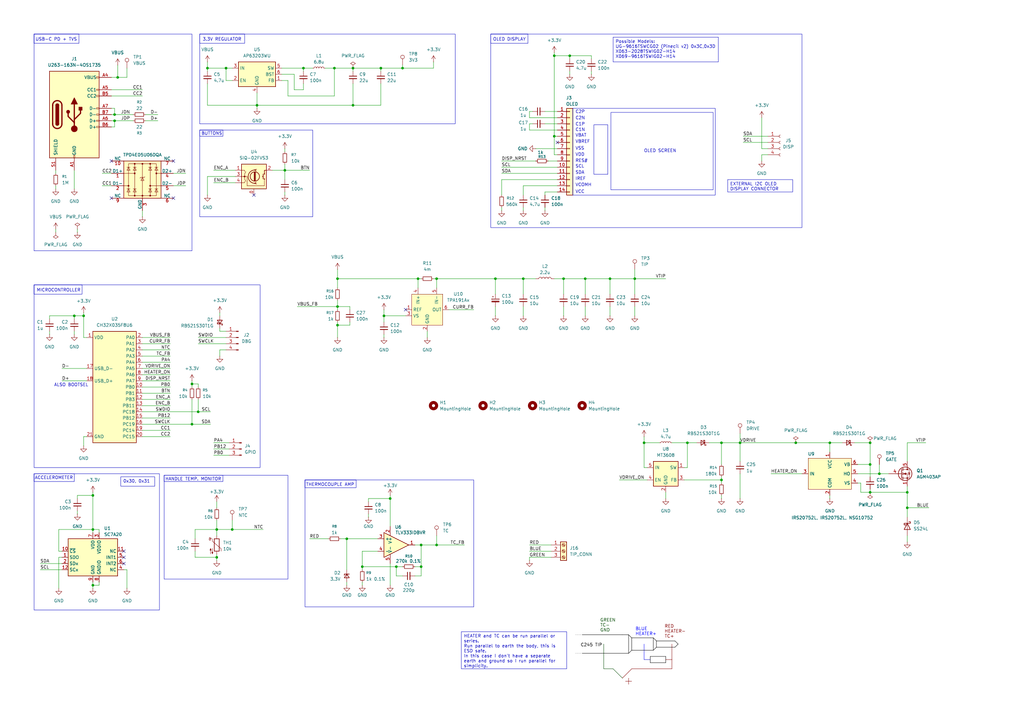
<source format=kicad_sch>
(kicad_sch
	(version 20250114)
	(generator "eeschema")
	(generator_version "9.0")
	(uuid "7095b018-eac3-4b01-b374-28e3216c4fd8")
	(paper "A3")
	
	(rectangle
		(start 13.97 194.31)
		(end 65.405 250.19)
		(stroke
			(width 0)
			(type default)
		)
		(fill
			(type none)
		)
		(uuid 25f66d05-38b5-4a17-99c1-8cad2c92cd3e)
	)
	(rectangle
		(start 13.97 13.97)
		(end 78.74 102.87)
		(stroke
			(width 0)
			(type default)
		)
		(fill
			(type none)
		)
		(uuid 34cfca7f-b72a-4261-a704-f33e6bc4b279)
	)
	(rectangle
		(start 13.97 194.31)
		(end 30.48 197.485)
		(stroke
			(width 0)
			(type default)
		)
		(fill
			(type none)
		)
		(uuid 37b1d202-d0af-4356-9cea-c5377ffdf5c6)
	)
	(rectangle
		(start 125.095 196.85)
		(end 146.05 200.025)
		(stroke
			(width 0)
			(type default)
		)
		(fill
			(type none)
		)
		(uuid 411456a7-808a-4a99-b2e7-4b00b0660778)
	)
	(rectangle
		(start 81.915 53.34)
		(end 91.44 55.88)
		(stroke
			(width 0)
			(type default)
		)
		(fill
			(type none)
		)
		(uuid 51756553-69aa-4f9f-a31a-a60fa2c78053)
	)
	(rectangle
		(start 13.97 116.84)
		(end 33.655 120.65)
		(stroke
			(width 0)
			(type default)
		)
		(fill
			(type none)
		)
		(uuid 7d5ee34c-3c30-4116-b034-575f8f5cbca0)
	)
	(rectangle
		(start 81.915 53.34)
		(end 128.27 88.9)
		(stroke
			(width 0)
			(type default)
		)
		(fill
			(type none)
		)
		(uuid 9c119ec4-7162-4594-9de4-9af2e8ac3469)
	)
	(rectangle
		(start 81.915 13.97)
		(end 100.33 17.78)
		(stroke
			(width 0)
			(type default)
		)
		(fill
			(type none)
		)
		(uuid 9d5c2b83-1ad1-4eb5-9c00-115d7cfbb819)
	)
	(rectangle
		(start 125.095 196.85)
		(end 194.31 248.92)
		(stroke
			(width 0)
			(type default)
		)
		(fill
			(type none)
		)
		(uuid a57dfd79-f7b7-44cf-be58-21e0757161fa)
	)
	(rectangle
		(start 13.97 116.84)
		(end 106.68 191.77)
		(stroke
			(width 0)
			(type default)
		)
		(fill
			(type none)
		)
		(uuid a66c837f-d550-4ad5-b67a-1a34b6eaed03)
	)
	(rectangle
		(start 250.571 46.101)
		(end 292.481 77.851)
		(stroke
			(width 0)
			(type default)
		)
		(fill
			(type none)
		)
		(uuid b323df54-646c-4c42-ac5d-c702f5da28df)
	)
	(rectangle
		(start 13.97 13.97)
		(end 32.385 17.78)
		(stroke
			(width 0)
			(type default)
		)
		(fill
			(type none)
		)
		(uuid b41c86f7-a703-4da7-9c7c-3d6f2dbdab0b)
	)
	(rectangle
		(start 67.31 194.945)
		(end 91.44 197.485)
		(stroke
			(width 0)
			(type default)
		)
		(fill
			(type none)
		)
		(uuid b798fff3-5d10-4e4c-948c-461a0845de52)
	)
	(rectangle
		(start 234.95 44.45)
		(end 293.37 80.01)
		(stroke
			(width 0)
			(type default)
		)
		(fill
			(type none)
		)
		(uuid c7ed09f4-c5b0-447c-8527-2fd1a9942fc7)
	)
	(rectangle
		(start 201.295 13.97)
		(end 328.93 93.345)
		(stroke
			(width 0)
			(type default)
		)
		(fill
			(type none)
		)
		(uuid c86b0301-7b25-4d55-b6bd-bf1af0f3ea13)
	)
	(rectangle
		(start 243.586 51.181)
		(end 249.301 71.501)
		(stroke
			(width 0)
			(type default)
		)
		(fill
			(type none)
		)
		(uuid cc173c2c-4802-4b85-8dc1-c0ed1e2586ae)
	)
	(rectangle
		(start 81.915 13.97)
		(end 186.69 50.8)
		(stroke
			(width 0)
			(type default)
		)
		(fill
			(type none)
		)
		(uuid d5e44070-3c31-4662-9265-15546dcb33a9)
	)
	(rectangle
		(start 67.31 194.945)
		(end 118.11 237.49)
		(stroke
			(width 0)
			(type default)
		)
		(fill
			(type none)
		)
		(uuid dc78faa3-7706-462b-aff1-ea2259b8957d)
	)
	(rectangle
		(start 201.295 13.97)
		(end 216.535 17.78)
		(stroke
			(width 0)
			(type default)
		)
		(fill
			(type none)
		)
		(uuid df873f2f-b2dc-4231-b391-da9722f3ee43)
	)
	(text "RED\nHEATER-\nTC+"
		(exclude_from_sim no)
		(at 272.542 259.08 0)
		(effects
			(font
				(size 1.27 1.27)
				(color 132 0 0 1)
			)
			(justify left)
		)
		(uuid "074f802c-7871-4a94-9d0f-a3c07209b08e")
	)
	(text "3.3V REGULATOR"
		(exclude_from_sim no)
		(at 83.058 16.256 0)
		(effects
			(font
				(size 1.27 1.27)
			)
			(justify left)
		)
		(uuid "270c64e9-acc9-4bdf-adf9-51e85a7cfae3")
	)
	(text "C2N"
		(exclude_from_sim no)
		(at 235.966 48.514 0)
		(effects
			(font
				(size 1.27 1.27)
			)
			(justify left)
		)
		(uuid "303735e4-f194-4e97-9ddd-7741146e5965")
	)
	(text "ALSO BOOTSEL"
		(exclude_from_sim no)
		(at 29.21 157.988 0)
		(effects
			(font
				(size 1.27 1.27)
			)
		)
		(uuid "328f7ca8-0456-42ac-ba25-bf6b79263d00")
	)
	(text "USB-C PD + TVS"
		(exclude_from_sim no)
		(at 14.478 16.256 0)
		(effects
			(font
				(size 1.27 1.27)
			)
			(justify left)
		)
		(uuid "3b53ae36-2320-46df-8526-8d2b0e4cd267")
	)
	(text "BUTTONS"
		(exclude_from_sim no)
		(at 82.55 54.864 0)
		(effects
			(font
				(size 1.27 1.27)
			)
			(justify left)
		)
		(uuid "4ff0d853-92f6-4f02-aa33-1f252be5ef75")
	)
	(text "SCL"
		(exclude_from_sim no)
		(at 235.966 68.326 0)
		(effects
			(font
				(size 1.27 1.27)
			)
			(justify left)
		)
		(uuid "63c62cf3-4266-478a-9f68-199034fe5d8b")
	)
	(text "RES#"
		(exclude_from_sim no)
		(at 235.966 66.04 0)
		(effects
			(font
				(size 1.27 1.27)
			)
			(justify left)
		)
		(uuid "6ce3c0b9-bb73-4f4d-8996-df06398c02e3")
	)
	(text "C1P"
		(exclude_from_sim no)
		(at 235.966 51.054 0)
		(effects
			(font
				(size 1.27 1.27)
			)
			(justify left)
		)
		(uuid "6d196f00-fda4-408a-b16f-63e268646b7a")
	)
	(text "ACCELEROMETER"
		(exclude_from_sim no)
		(at 22.098 196.088 0)
		(effects
			(font
				(size 1.27 1.27)
			)
		)
		(uuid "6d3cce01-49eb-4036-848c-880563d726ff")
	)
	(text "IREF"
		(exclude_from_sim no)
		(at 235.966 73.406 0)
		(effects
			(font
				(size 1.27 1.27)
			)
			(justify left)
		)
		(uuid "78269562-db7d-4f9c-9409-11de08793bfa")
	)
	(text "BLUE\nHEATER+"
		(exclude_from_sim no)
		(at 260.604 259.08 0)
		(effects
			(font
				(size 1.27 1.27)
				(color 0 0 255 1)
			)
			(justify left)
		)
		(uuid "7cd917a9-991f-405e-b4ad-1658a33b6480")
	)
	(text "C1N"
		(exclude_from_sim no)
		(at 235.966 53.34 0)
		(effects
			(font
				(size 1.27 1.27)
			)
			(justify left)
		)
		(uuid "86eaf89d-7735-48bc-8adf-2c6d7e1c9267")
	)
	(text "C2P"
		(exclude_from_sim no)
		(at 235.966 45.974 0)
		(effects
			(font
				(size 1.27 1.27)
			)
			(justify left)
		)
		(uuid "88767c22-62f5-491f-8191-e622ce50d549")
	)
	(text "VDD"
		(exclude_from_sim no)
		(at 235.966 63.5 0)
		(effects
			(font
				(size 1.27 1.27)
			)
			(justify left)
		)
		(uuid "98ea20d6-f789-4c9a-9d2d-ddf9c4e55ce3")
	)
	(text "HANDLE TEMP. MONITOR"
		(exclude_from_sim no)
		(at 79.248 196.596 0)
		(effects
			(font
				(size 1.27 1.27)
			)
		)
		(uuid "9cf9be48-0da6-4698-b802-905b4321ec7e")
	)
	(text "OLED SCREEN"
		(exclude_from_sim no)
		(at 270.764 61.976 0)
		(effects
			(font
				(size 1.27 1.27)
			)
		)
		(uuid "a7d4d929-dbaa-411d-a847-37e4617db2b8")
	)
	(text "VCC"
		(exclude_from_sim no)
		(at 235.966 78.74 0)
		(effects
			(font
				(size 1.27 1.27)
			)
			(justify left)
		)
		(uuid "c0b5be38-ee7a-4c62-b666-9455a24b9bdf")
	)
	(text "SDA"
		(exclude_from_sim no)
		(at 235.966 70.866 0)
		(effects
			(font
				(size 1.27 1.27)
			)
			(justify left)
		)
		(uuid "d1f23843-c159-4734-816f-e3ebdc7225d4")
	)
	(text "VBREF"
		(exclude_from_sim no)
		(at 235.966 58.166 0)
		(effects
			(font
				(size 1.27 1.27)
			)
			(justify left)
		)
		(uuid "dc92fbc2-eb7d-47ac-891e-6de1528c9506")
	)
	(text "OLED DISPLAY"
		(exclude_from_sim no)
		(at 202.184 16.256 0)
		(effects
			(font
				(size 1.27 1.27)
			)
			(justify left)
		)
		(uuid "e1182865-9cf6-484e-b369-4d8124243a24")
	)
	(text "VBAT"
		(exclude_from_sim no)
		(at 235.966 55.626 0)
		(effects
			(font
				(size 1.27 1.27)
			)
			(justify left)
		)
		(uuid "e5136794-6a5a-4728-b4d0-e47266a8ec2c")
	)
	(text "VSS"
		(exclude_from_sim no)
		(at 235.966 60.96 0)
		(effects
			(font
				(size 1.27 1.27)
			)
			(justify left)
		)
		(uuid "e5277a5c-1568-43ec-ab65-5c403a9ddad3")
	)
	(text "VCOMH"
		(exclude_from_sim no)
		(at 235.966 75.946 0)
		(effects
			(font
				(size 1.27 1.27)
			)
			(justify left)
		)
		(uuid "e677c7ab-e79d-4a1c-8a88-4a56ca5d6b79")
	)
	(text "THERMOCOUPLE AMP"
		(exclude_from_sim no)
		(at 135.382 198.882 0)
		(effects
			(font
				(size 1.27 1.27)
			)
		)
		(uuid "e865e2d4-df9a-47d7-8bc3-1d543675c813")
	)
	(text "MICROCONTROLLER"
		(exclude_from_sim no)
		(at 14.986 119.126 0)
		(effects
			(font
				(size 1.27 1.27)
			)
			(justify left)
		)
		(uuid "f4202bbd-17db-406a-9b6f-417fe43fdaab")
	)
	(text "C245 TIP"
		(exclude_from_sim no)
		(at 242.57 264.668 0)
		(effects
			(font
				(size 1.27 1.27)
				(color 0 0 0 1)
			)
		)
		(uuid "f5ebd9e6-7e85-4295-b1df-1fb1b0a60676")
	)
	(text "GREEN\nTC-\nGND"
		(exclude_from_sim no)
		(at 246.126 256.54 0)
		(effects
			(font
				(size 1.27 1.27)
				(color 0 72 0 1)
			)
			(justify left)
		)
		(uuid "fe22e110-b1c7-4e37-9dd2-ed4186183ab8")
	)
	(text_box "0x30, 0x31"
		(exclude_from_sim no)
		(at 49.53 195.58 0)
		(size 13.97 3.81)
		(margins 0.9525 0.9525 0.9525 0.9525)
		(stroke
			(width 0)
			(type solid)
		)
		(fill
			(type none)
		)
		(effects
			(font
				(size 1.27 1.27)
			)
			(justify left top)
		)
		(uuid "1c71f755-8c6a-46e5-9d91-8a816c1bdfae")
	)
	(text_box "EXTERNAL I2C OLED DISPLAY CONNECTOR"
		(exclude_from_sim no)
		(at 298.45 73.66 0)
		(size 26.67 5.08)
		(margins 0.9525 0.9525 0.9525 0.9525)
		(stroke
			(width 0)
			(type solid)
		)
		(fill
			(type none)
		)
		(effects
			(font
				(size 1.27 1.27)
			)
			(justify left top)
		)
		(uuid "4601eec6-3591-49d5-9b05-bbe6c60ab3cd")
	)
	(text_box "Possible Models:\nUG-9616TSWCG02 (Pinecil v2) 0x3C,0x3D\nX063-2028TSWIG02-H14\nX069-9616TSWIG02-H14"
		(exclude_from_sim no)
		(at 251.46 15.24 0)
		(size 43.18 10.16)
		(margins 0.9525 0.9525 0.9525 0.9525)
		(stroke
			(width 0)
			(type solid)
		)
		(fill
			(type none)
		)
		(effects
			(font
				(size 1.27 1.27)
			)
			(justify left top)
		)
		(uuid "aff1d92e-7948-41af-95d4-eec0b0d11729")
	)
	(text_box "HEATER and TC can be run parallel or series.\nRun parallel to earth the body, this is ESD safe.\nIn this case I don't have a separate earth and ground so I run parallel for simplicity."
		(exclude_from_sim no)
		(at 189.23 259.08 0)
		(size 43.18 15.24)
		(margins 0.9525 0.9525 0.9525 0.9525)
		(stroke
			(width 0)
			(type solid)
		)
		(fill
			(type none)
		)
		(effects
			(font
				(size 1.27 1.27)
			)
			(justify left top)
		)
		(uuid "f24e07f6-dab3-4874-a162-57756a4a0cb0")
	)
	(junction
		(at 326.39 181.61)
		(diameter 0)
		(color 0 0 0 0)
		(uuid "00837693-68bd-4254-8ab8-9c575bcd32d7")
	)
	(junction
		(at 81.28 168.91)
		(diameter 0)
		(color 0 0 0 0)
		(uuid "0376124e-fe7a-4814-987e-238a633a55c8")
	)
	(junction
		(at 179.07 223.52)
		(diameter 0)
		(color 0 0 0 0)
		(uuid "0628d189-e617-49e6-8e01-f0af2bfc08da")
	)
	(junction
		(at 281.94 181.61)
		(diameter 0)
		(color 0 0 0 0)
		(uuid "07d79252-3cfe-49d3-a697-b5180f951c75")
	)
	(junction
		(at 124.46 27.94)
		(diameter 0)
		(color 0 0 0 0)
		(uuid "0acd8611-5527-40f7-90a3-5c60d1adc1d0")
	)
	(junction
		(at 138.43 133.35)
		(diameter 0)
		(color 0 0 0 0)
		(uuid "1cc02911-1848-4e9d-94b1-d121cf2bbb06")
	)
	(junction
		(at 144.78 43.18)
		(diameter 0)
		(color 0 0 0 0)
		(uuid "22311b9f-04cf-44b4-b81a-9a2eee7d9814")
	)
	(junction
		(at 38.1 203.2)
		(diameter 0)
		(color 0 0 0 0)
		(uuid "223830ef-994b-458e-bef0-ec2a62ab1d6c")
	)
	(junction
		(at 356.87 201.93)
		(diameter 0)
		(color 0 0 0 0)
		(uuid "253e7a83-9b7c-4d4c-b8d1-7fbacce38609")
	)
	(junction
		(at 48.26 31.75)
		(diameter 0)
		(color 0 0 0 0)
		(uuid "2f314b8e-91bd-4e16-b2bc-2dca55d3cea3")
	)
	(junction
		(at 372.11 201.93)
		(diameter 0)
		(color 0 0 0 0)
		(uuid "3b65a788-4b4c-437e-96e5-165c51a854a4")
	)
	(junction
		(at 160.02 204.47)
		(diameter 0)
		(color 0 0 0 0)
		(uuid "3f9bcc33-18ad-48ec-8047-f514eddb9bd3")
	)
	(junction
		(at 95.25 217.17)
		(diameter 0)
		(color 0 0 0 0)
		(uuid "4002a57d-972e-46d6-a78f-15b2559a959f")
	)
	(junction
		(at 372.11 208.28)
		(diameter 0)
		(color 0 0 0 0)
		(uuid "40073d49-3f44-4af7-a787-657ab510a928")
	)
	(junction
		(at 340.36 181.61)
		(diameter 0)
		(color 0 0 0 0)
		(uuid "4022ea02-a839-4e77-8442-99daabad0cb4")
	)
	(junction
		(at 356.87 190.5)
		(diameter 0)
		(color 0 0 0 0)
		(uuid "45cd84fd-2fd0-4481-9f27-779c4e05a620")
	)
	(junction
		(at 179.07 114.3)
		(diameter 0)
		(color 0 0 0 0)
		(uuid "46039780-f37a-4857-9985-227da9262a05")
	)
	(junction
		(at 148.59 232.41)
		(diameter 0)
		(color 0 0 0 0)
		(uuid "4793f579-9960-4fea-a983-16516b9a6a74")
	)
	(junction
		(at 30.48 129.54)
		(diameter 0)
		(color 0 0 0 0)
		(uuid "4a00e859-a3fe-467b-8ce9-def1b4a6bc1d")
	)
	(junction
		(at 264.16 181.61)
		(diameter 0)
		(color 0 0 0 0)
		(uuid "4c2788f8-2f3d-4c09-bf35-9265ddb84f5d")
	)
	(junction
		(at 137.16 27.94)
		(diameter 0)
		(color 0 0 0 0)
		(uuid "4e457d4d-37fd-4b51-a420-85ebb8dc04c5")
	)
	(junction
		(at 46.99 49.53)
		(diameter 0)
		(color 0 0 0 0)
		(uuid "5e8d1cf7-167e-4030-9f28-7c115ea5395b")
	)
	(junction
		(at 227.33 55.88)
		(diameter 0)
		(color 0 0 0 0)
		(uuid "5fbb3de9-86ee-49ad-a284-eb55f1cc692a")
	)
	(junction
		(at 360.68 194.31)
		(diameter 0)
		(color 0 0 0 0)
		(uuid "66c4d9ef-771e-41b1-986d-6915bd81ba87")
	)
	(junction
		(at 171.45 114.3)
		(diameter 0)
		(color 0 0 0 0)
		(uuid "701d791e-a6db-4572-a9ca-ab10215c23b7")
	)
	(junction
		(at 233.68 22.86)
		(diameter 0)
		(color 0 0 0 0)
		(uuid "73b54f8a-8892-4f5c-ad2f-0a2e6cc384c3")
	)
	(junction
		(at 34.29 129.54)
		(diameter 0)
		(color 0 0 0 0)
		(uuid "7463436f-e839-4ea2-a4bf-81f122061b20")
	)
	(junction
		(at 250.19 114.3)
		(diameter 0)
		(color 0 0 0 0)
		(uuid "74be8234-d464-4c0b-8cd5-92ab042ed197")
	)
	(junction
		(at 162.56 232.41)
		(diameter 0)
		(color 0 0 0 0)
		(uuid "77d052f3-f174-4ac4-b7f3-74fd8cd4f0e2")
	)
	(junction
		(at 78.74 157.48)
		(diameter 0)
		(color 0 0 0 0)
		(uuid "81607e46-ed60-4e7b-900a-af756b50d9d4")
	)
	(junction
		(at 295.91 181.61)
		(diameter 0)
		(color 0 0 0 0)
		(uuid "81928cab-d290-47f7-99c7-9c8f417d4c4e")
	)
	(junction
		(at 260.35 114.3)
		(diameter 0)
		(color 0 0 0 0)
		(uuid "855762b6-ba6e-4668-b374-45a266a9df5c")
	)
	(junction
		(at 356.87 181.61)
		(diameter 0)
		(color 0 0 0 0)
		(uuid "866164ce-25ec-4289-a2cf-7099883dea86")
	)
	(junction
		(at 172.72 232.41)
		(diameter 0)
		(color 0 0 0 0)
		(uuid "879d8513-8c12-4c71-805b-cfd0566ce6a8")
	)
	(junction
		(at 231.14 114.3)
		(diameter 0)
		(color 0 0 0 0)
		(uuid "8b64755e-064f-4e1f-acff-0c6da6bf1748")
	)
	(junction
		(at 138.43 114.3)
		(diameter 0)
		(color 0 0 0 0)
		(uuid "8f601858-1bde-4148-a79e-5fba57dba519")
	)
	(junction
		(at 227.33 22.86)
		(diameter 0)
		(color 0 0 0 0)
		(uuid "9531702c-c6a6-4297-8a10-64a5c6fc90b3")
	)
	(junction
		(at 214.63 114.3)
		(diameter 0)
		(color 0 0 0 0)
		(uuid "99470547-74e3-435a-aafe-b4ae68d1294d")
	)
	(junction
		(at 88.9 228.6)
		(diameter 0)
		(color 0 0 0 0)
		(uuid "9ba723fb-78b5-4d72-ae3c-94d59ceb7ba3")
	)
	(junction
		(at 172.72 223.52)
		(diameter 0)
		(color 0 0 0 0)
		(uuid "aff6f7cf-f995-4965-9b70-2f6e1afd3257")
	)
	(junction
		(at 157.48 129.54)
		(diameter 0)
		(color 0 0 0 0)
		(uuid "b9bb1fb4-fcee-40f0-b79e-a4daa1738f4b")
	)
	(junction
		(at 203.2 114.3)
		(diameter 0)
		(color 0 0 0 0)
		(uuid "bd622f08-db3a-4046-921d-58baf4c7d1bc")
	)
	(junction
		(at 142.24 220.98)
		(diameter 0)
		(color 0 0 0 0)
		(uuid "be519101-b7e2-4e85-bc0c-866a0a6fdb77")
	)
	(junction
		(at 88.9 217.17)
		(diameter 0)
		(color 0 0 0 0)
		(uuid "c4f19431-f823-4a18-902b-e25529b1c304")
	)
	(junction
		(at 156.21 27.94)
		(diameter 0)
		(color 0 0 0 0)
		(uuid "caa23b1a-fb60-423d-84ed-a4ec6bda7dc1")
	)
	(junction
		(at 78.74 173.99)
		(diameter 0)
		(color 0 0 0 0)
		(uuid "cb369bbe-c983-4f03-86f5-9ab8b3b58edd")
	)
	(junction
		(at 116.84 69.85)
		(diameter 0)
		(color 0 0 0 0)
		(uuid "cbfb9910-a9c3-4d1d-beaf-ad4934f7e32e")
	)
	(junction
		(at 295.91 196.85)
		(diameter 0)
		(color 0 0 0 0)
		(uuid "cc109a5d-bdf8-421c-800f-f4fb1ea8fcea")
	)
	(junction
		(at 105.41 43.18)
		(diameter 0)
		(color 0 0 0 0)
		(uuid "d049456d-20ee-4308-a384-c295c5fb64a1")
	)
	(junction
		(at 38.1 240.03)
		(diameter 0)
		(color 0 0 0 0)
		(uuid "d3c0ec6c-e13a-496a-ad1c-ba60afc46b96")
	)
	(junction
		(at 46.99 46.99)
		(diameter 0)
		(color 0 0 0 0)
		(uuid "d3cb3929-1383-43bf-9aa0-8d6179547879")
	)
	(junction
		(at 144.78 27.94)
		(diameter 0)
		(color 0 0 0 0)
		(uuid "d5fd0359-f76b-4cc1-9ea5-8682bade4542")
	)
	(junction
		(at 138.43 125.73)
		(diameter 0)
		(color 0 0 0 0)
		(uuid "de7c9a1b-0dea-4f00-8b41-6a7e06edef45")
	)
	(junction
		(at 165.1 27.94)
		(diameter 0)
		(color 0 0 0 0)
		(uuid "e1417cbc-3f5e-4fbf-9e5f-6dd5f49a833c")
	)
	(junction
		(at 38.1 217.17)
		(diameter 0)
		(color 0 0 0 0)
		(uuid "e18bde3c-0611-43e2-8458-23023e1703d3")
	)
	(junction
		(at 240.03 114.3)
		(diameter 0)
		(color 0 0 0 0)
		(uuid "e446b87b-dd2b-4e7f-9dbd-f1689a8c2a13")
	)
	(junction
		(at 303.53 181.61)
		(diameter 0)
		(color 0 0 0 0)
		(uuid "e5115188-7348-4d7f-9464-18609567d3fc")
	)
	(junction
		(at 92.71 27.94)
		(diameter 0)
		(color 0 0 0 0)
		(uuid "e80bc681-7695-43f3-a2bd-d411c7e86409")
	)
	(junction
		(at 85.09 27.94)
		(diameter 0)
		(color 0 0 0 0)
		(uuid "f1df4cab-d95d-4e21-b204-cc5686c3ccd2")
	)
	(no_connect
		(at 50.8 228.6)
		(uuid "12b81ef0-4fba-4b2f-98fa-a2180c0447e2")
	)
	(no_connect
		(at 50.8 231.14)
		(uuid "2b4977a8-0f21-4fec-84e4-4c603e997be4")
	)
	(no_connect
		(at 71.12 81.28)
		(uuid "46b4ccbc-24ab-4899-8505-9a1bc9336197")
	)
	(no_connect
		(at 45.72 66.04)
		(uuid "613b3790-5218-413f-a343-e26aa4ea4b95")
	)
	(no_connect
		(at 228.6 58.42)
		(uuid "8d801d13-32fe-4e34-8cc5-b8a86a497023")
	)
	(no_connect
		(at 166.37 127)
		(uuid "a42c7cee-9406-453b-a4ce-baa18e06586f")
	)
	(no_connect
		(at 45.72 81.28)
		(uuid "c9b41e3a-80a4-4410-be4c-91975e86700a")
	)
	(no_connect
		(at 104.14 80.01)
		(uuid "d8cbb7b8-f348-43ed-b12a-7c884625729d")
	)
	(no_connect
		(at 71.12 66.04)
		(uuid "e9fc4535-1911-4390-b5e2-c282d53c9319")
	)
	(no_connect
		(at 50.8 226.06)
		(uuid "eb0471e5-5852-410a-87ff-c81813b23343")
	)
	(wire
		(pts
			(xy 250.19 114.3) (xy 250.19 120.65)
		)
		(stroke
			(width 0)
			(type default)
		)
		(uuid "01019bf9-c94e-46c5-9440-886fbf1f7ac2")
	)
	(wire
		(pts
			(xy 175.26 135.89) (xy 175.26 138.43)
		)
		(stroke
			(width 0)
			(type default)
		)
		(uuid "01fe4a0c-0512-40b8-b048-31d73d618a84")
	)
	(polyline
		(pts
			(xy 269.24 265.43) (xy 267.97 266.7)
		)
		(stroke
			(width 0)
			(type default)
			(color 0 0 0 1)
		)
		(uuid "026bb0ed-6072-40a3-95a7-f0b0e5bb9f80")
	)
	(wire
		(pts
			(xy 177.8 25.4) (xy 177.8 27.94)
		)
		(stroke
			(width 0)
			(type default)
		)
		(uuid "0280334b-627a-4233-a676-012a207d9298")
	)
	(wire
		(pts
			(xy 314.96 60.96) (xy 312.42 60.96)
		)
		(stroke
			(width 0)
			(type default)
		)
		(uuid "03842c5a-86c8-43a6-8e2e-a23b06776dce")
	)
	(wire
		(pts
			(xy 24.13 228.6) (xy 25.4 228.6)
		)
		(stroke
			(width 0)
			(type default)
		)
		(uuid "03f9526b-c252-4cea-a8ec-81306ff6df76")
	)
	(wire
		(pts
			(xy 41.91 76.2) (xy 45.72 76.2)
		)
		(stroke
			(width 0)
			(type default)
		)
		(uuid "057a48eb-9b1d-42a5-bf44-6985b9321748")
	)
	(wire
		(pts
			(xy 227.33 55.88) (xy 228.6 55.88)
		)
		(stroke
			(width 0)
			(type default)
		)
		(uuid "06a39b25-e5c0-48bf-8f66-6ff9e46efda7")
	)
	(polyline
		(pts
			(xy 275.59 270.51) (xy 273.05 270.51)
		)
		(stroke
			(width 0)
			(type solid)
			(color 132 0 0 1)
		)
		(uuid "07b98816-3d51-4f72-b198-7c04ddd02a60")
	)
	(wire
		(pts
			(xy 281.94 181.61) (xy 281.94 191.77)
		)
		(stroke
			(width 0)
			(type default)
		)
		(uuid "08ca60c2-d79a-4019-861d-7c88280594b9")
	)
	(wire
		(pts
			(xy 16.51 233.68) (xy 25.4 233.68)
		)
		(stroke
			(width 0)
			(type default)
		)
		(uuid "093a4bfc-aabd-4586-948a-1580d9afeffa")
	)
	(wire
		(pts
			(xy 45.72 36.83) (xy 58.42 36.83)
		)
		(stroke
			(width 0)
			(type default)
		)
		(uuid "098337dc-d67f-4f92-9e59-aa0530495823")
	)
	(wire
		(pts
			(xy 351.79 190.5) (xy 356.87 190.5)
		)
		(stroke
			(width 0)
			(type default)
		)
		(uuid "0991fc57-c77d-4d8b-a7f5-93559a71531e")
	)
	(wire
		(pts
			(xy 265.43 191.77) (xy 264.16 191.77)
		)
		(stroke
			(width 0)
			(type default)
		)
		(uuid "0bdd0dd3-1438-4145-a164-7482936ecc91")
	)
	(polyline
		(pts
			(xy 236.22 260.35) (xy 238.76 260.35)
		)
		(stroke
			(width 0)
			(type dot)
			(color 0 0 0 1)
		)
		(uuid "0bebbeb1-bed0-4084-8b40-7ac03a835cd7")
	)
	(wire
		(pts
			(xy 340.36 203.2) (xy 340.36 204.47)
		)
		(stroke
			(width 0)
			(type default)
		)
		(uuid "0c9fa1d8-a413-4dad-b1e6-53724d6877dc")
	)
	(wire
		(pts
			(xy 356.87 200.66) (xy 356.87 201.93)
		)
		(stroke
			(width 0)
			(type default)
		)
		(uuid "0d1d8e67-44be-4e93-8637-8b77df712344")
	)
	(wire
		(pts
			(xy 85.09 34.29) (xy 85.09 43.18)
		)
		(stroke
			(width 0)
			(type default)
		)
		(uuid "0d1da041-1604-484f-8588-64418e6780df")
	)
	(wire
		(pts
			(xy 264.16 179.07) (xy 264.16 181.61)
		)
		(stroke
			(width 0)
			(type default)
		)
		(uuid "0d6f32d5-98ad-41ed-b781-51035ba32ce2")
	)
	(polyline
		(pts
			(xy 266.7 269.24) (xy 266.7 271.78)
		)
		(stroke
			(width 0)
			(type solid)
			(color 0 0 0 1)
		)
		(uuid "0e087217-7caf-4ae9-80d3-cf5e99ccbd9c")
	)
	(wire
		(pts
			(xy 78.74 157.48) (xy 81.28 157.48)
		)
		(stroke
			(width 0)
			(type default)
		)
		(uuid "0e2e8ef7-9967-4f2a-a391-35d57131fb71")
	)
	(wire
		(pts
			(xy 80.01 217.17) (xy 88.9 217.17)
		)
		(stroke
			(width 0)
			(type default)
		)
		(uuid "0f8627da-dc1e-4504-acfc-120e3647c5b5")
	)
	(wire
		(pts
			(xy 214.63 85.09) (xy 214.63 86.36)
		)
		(stroke
			(width 0)
			(type default)
		)
		(uuid "0fdf5b0f-14a7-4ff5-aee8-91dcf3e80430")
	)
	(polyline
		(pts
			(xy 276.86 262.89) (xy 278.13 264.16)
		)
		(stroke
			(width 0)
			(type default)
			(color 0 0 0 1)
		)
		(uuid "0ffc5971-b130-492f-a7ea-ccd3781d517b")
	)
	(wire
		(pts
			(xy 303.53 189.23) (xy 303.53 181.61)
		)
		(stroke
			(width 0)
			(type default)
		)
		(uuid "1213dcc9-1528-4b78-b712-6cdbea454856")
	)
	(wire
		(pts
			(xy 171.45 114.3) (xy 171.45 118.11)
		)
		(stroke
			(width 0)
			(type default)
		)
		(uuid "1273a66c-e18c-4e73-a180-d042a86b02a5")
	)
	(wire
		(pts
			(xy 148.59 232.41) (xy 148.59 226.06)
		)
		(stroke
			(width 0)
			(type default)
		)
		(uuid "12f02fb2-28a7-4766-ae13-424545151178")
	)
	(wire
		(pts
			(xy 314.96 63.5) (xy 312.42 63.5)
		)
		(stroke
			(width 0)
			(type default)
		)
		(uuid "135a5403-fc39-4e32-bdbe-f1bc6a7928ee")
	)
	(wire
		(pts
			(xy 148.59 232.41) (xy 162.56 232.41)
		)
		(stroke
			(width 0)
			(type default)
		)
		(uuid "13e7537a-edd6-43d5-8bb0-f6eb3d491016")
	)
	(wire
		(pts
			(xy 172.72 232.41) (xy 172.72 223.52)
		)
		(stroke
			(width 0)
			(type default)
		)
		(uuid "1427c6b1-5293-499b-9663-f54121cc8ca4")
	)
	(wire
		(pts
			(xy 58.42 146.05) (xy 69.85 146.05)
		)
		(stroke
			(width 0)
			(type default)
		)
		(uuid "152a5c54-b2a9-40eb-a43b-a0108b21647d")
	)
	(wire
		(pts
			(xy 87.63 69.85) (xy 96.52 69.85)
		)
		(stroke
			(width 0)
			(type default)
		)
		(uuid "15d75b7e-53c1-4b3b-bead-3e9845084cb1")
	)
	(wire
		(pts
			(xy 179.07 219.71) (xy 179.07 223.52)
		)
		(stroke
			(width 0)
			(type default)
		)
		(uuid "15df7bad-ee2a-4921-9d90-5b9bd5ed5bc2")
	)
	(wire
		(pts
			(xy 203.2 114.3) (xy 214.63 114.3)
		)
		(stroke
			(width 0)
			(type default)
		)
		(uuid "160924b9-71b2-497e-afa5-3fa032761b8c")
	)
	(wire
		(pts
			(xy 160.02 203.2) (xy 160.02 204.47)
		)
		(stroke
			(width 0)
			(type default)
		)
		(uuid "16a235b6-6479-41c3-934b-5990cd87fafe")
	)
	(wire
		(pts
			(xy 227.33 55.88) (xy 227.33 63.5)
		)
		(stroke
			(width 0)
			(type default)
		)
		(uuid "16a6ad92-1a6b-4d2b-93f1-5652f5947dbb")
	)
	(wire
		(pts
			(xy 45.72 52.07) (xy 46.99 52.07)
		)
		(stroke
			(width 0)
			(type default)
		)
		(uuid "18438b3a-827e-4972-b4d2-e39627126fd2")
	)
	(polyline
		(pts
			(xy 255.27 260.35) (xy 257.81 260.35)
		)
		(stroke
			(width 0)
			(type default)
			(color 0 0 0 1)
		)
		(uuid "185695dd-6d7c-4a99-817d-9d7e560e285b")
	)
	(wire
		(pts
			(xy 58.42 153.67) (xy 69.85 153.67)
		)
		(stroke
			(width 0)
			(type default)
		)
		(uuid "185cc638-609c-4acf-9a83-434d47f9bece")
	)
	(wire
		(pts
			(xy 303.53 181.61) (xy 295.91 181.61)
		)
		(stroke
			(width 0)
			(type default)
		)
		(uuid "18853170-98c0-4142-a886-9b88272679cd")
	)
	(wire
		(pts
			(xy 264.16 191.77) (xy 264.16 181.61)
		)
		(stroke
			(width 0)
			(type default)
		)
		(uuid "19c2bb4e-b6a2-428b-b46d-e50a0b5d9ad9")
	)
	(wire
		(pts
			(xy 138.43 114.3) (xy 171.45 114.3)
		)
		(stroke
			(width 0)
			(type default)
		)
		(uuid "1aaa32b1-904d-4ff4-b933-589833e5847d")
	)
	(wire
		(pts
			(xy 90.17 135.89) (xy 92.71 135.89)
		)
		(stroke
			(width 0)
			(type default)
		)
		(uuid "1b5db70b-c75a-47b9-9005-1a033afb345d")
	)
	(wire
		(pts
			(xy 356.87 201.93) (xy 372.11 201.93)
		)
		(stroke
			(width 0)
			(type default)
		)
		(uuid "1b77d230-b149-4ebc-9500-892f807d9feb")
	)
	(wire
		(pts
			(xy 80.01 228.6) (xy 80.01 226.06)
		)
		(stroke
			(width 0)
			(type default)
		)
		(uuid "1b9cd177-a46a-4a5a-81a3-e55bb87811dd")
	)
	(polyline
		(pts
			(xy 264.16 264.16) (xy 264.16 270.51)
		)
		(stroke
			(width 0)
			(type solid)
			(color 0 0 255 1)
		)
		(uuid "1ba11ea6-79fc-470e-8095-8fd6d151a60b")
	)
	(wire
		(pts
			(xy 24.13 226.06) (xy 24.13 217.17)
		)
		(stroke
			(width 0)
			(type default)
		)
		(uuid "1c166601-d1f1-4dcf-81f6-af70e0a8c0df")
	)
	(wire
		(pts
			(xy 58.42 166.37) (xy 69.85 166.37)
		)
		(stroke
			(width 0)
			(type default)
		)
		(uuid "1c31a3a0-71be-4869-aecb-fe7720f70370")
	)
	(wire
		(pts
			(xy 214.63 125.73) (xy 214.63 129.54)
		)
		(stroke
			(width 0)
			(type default)
		)
		(uuid "1cdb49d6-e828-4a8b-a2bc-2a9374af56ed")
	)
	(polyline
		(pts
			(xy 247.65 264.16) (xy 247.65 274.32)
		)
		(stroke
			(width 0)
			(type solid)
			(color 0 72 0 1)
		)
		(uuid "1d759bc9-3b87-4396-975b-76eb784a4ee5")
	)
	(wire
		(pts
			(xy 214.63 114.3) (xy 219.71 114.3)
		)
		(stroke
			(width 0)
			(type default)
		)
		(uuid "1d9c458a-8492-41ed-a2aa-d735f07b95cf")
	)
	(wire
		(pts
			(xy 95.25 27.94) (xy 92.71 27.94)
		)
		(stroke
			(width 0)
			(type default)
		)
		(uuid "202f5003-0a48-4fcb-962b-eb5d0b2eea8c")
	)
	(wire
		(pts
			(xy 214.63 114.3) (xy 214.63 120.65)
		)
		(stroke
			(width 0)
			(type default)
		)
		(uuid "21e02397-be46-4ce1-86f0-c87b0ef9b9f7")
	)
	(wire
		(pts
			(xy 105.41 43.18) (xy 144.78 43.18)
		)
		(stroke
			(width 0)
			(type default)
		)
		(uuid "228d2b28-0e5e-4a0f-9a64-60ca034456d5")
	)
	(wire
		(pts
			(xy 22.86 69.85) (xy 22.86 71.12)
		)
		(stroke
			(width 0)
			(type default)
		)
		(uuid "22ceb097-bc74-4764-aecd-0b980944d711")
	)
	(wire
		(pts
			(xy 184.15 127) (xy 194.31 127)
		)
		(stroke
			(width 0)
			(type default)
		)
		(uuid "24e35c1f-5d65-4567-90c6-a7ca38bd65dc")
	)
	(wire
		(pts
			(xy 157.48 137.16) (xy 157.48 138.43)
		)
		(stroke
			(width 0)
			(type default)
		)
		(uuid "28baad5a-473f-4907-b12c-e42c14d11fde")
	)
	(wire
		(pts
			(xy 165.1 236.22) (xy 162.56 236.22)
		)
		(stroke
			(width 0)
			(type default)
		)
		(uuid "28f9a714-ce47-4a87-9eba-39a2e1e51e21")
	)
	(wire
		(pts
			(xy 137.16 39.37) (xy 118.11 39.37)
		)
		(stroke
			(width 0)
			(type default)
		)
		(uuid "296133f5-2a32-47e9-994c-67f3c4c032fa")
	)
	(polyline
		(pts
			(xy 275.59 264.16) (xy 275.59 270.51)
		)
		(stroke
			(width 0)
			(type solid)
			(color 132 0 0 1)
		)
		(uuid "2986f712-090f-47d7-9d1c-d91842ebf259")
	)
	(wire
		(pts
			(xy 46.99 44.45) (xy 46.99 46.99)
		)
		(stroke
			(width 0)
			(type default)
		)
		(uuid "2b6c7f04-a093-4524-90eb-496f9f787527")
	)
	(polyline
		(pts
			(xy 273.05 270.51) (xy 273.05 269.24)
		)
		(stroke
			(width 0)
			(type solid)
			(color 0 0 0 1)
		)
		(uuid "2c47bba1-b584-4271-bdfb-c24c01ea95ec")
	)
	(wire
		(pts
			(xy 205.74 73.66) (xy 205.74 80.01)
		)
		(stroke
			(width 0)
			(type default)
		)
		(uuid "2c6750b6-74c7-4d32-8f14-8af4353a5366")
	)
	(wire
		(pts
			(xy 105.41 43.18) (xy 105.41 44.45)
		)
		(stroke
			(width 0)
			(type default)
		)
		(uuid "2caf9a90-c3fc-4061-b393-2a0dec203c07")
	)
	(wire
		(pts
			(xy 165.1 27.94) (xy 156.21 27.94)
		)
		(stroke
			(width 0)
			(type default)
		)
		(uuid "2d187708-14d1-4b14-97da-655569780a1e")
	)
	(wire
		(pts
			(xy 52.07 27.94) (xy 52.07 31.75)
		)
		(stroke
			(width 0)
			(type default)
		)
		(uuid "2df3d32d-311c-47e3-a442-3ee8979c7d9e")
	)
	(wire
		(pts
			(xy 144.78 43.18) (xy 156.21 43.18)
		)
		(stroke
			(width 0)
			(type default)
		)
		(uuid "2e8bc53e-95b2-4423-886b-bfb2eecd08b4")
	)
	(wire
		(pts
			(xy 45.72 31.75) (xy 48.26 31.75)
		)
		(stroke
			(width 0)
			(type default)
		)
		(uuid "2f68ac55-2ae3-4fdc-bcfb-21f448f1abfc")
	)
	(wire
		(pts
			(xy 88.9 217.17) (xy 95.25 217.17)
		)
		(stroke
			(width 0)
			(type default)
		)
		(uuid "2f7c8f4f-5718-4ee6-b598-55a2c858af33")
	)
	(wire
		(pts
			(xy 38.1 201.93) (xy 38.1 203.2)
		)
		(stroke
			(width 0)
			(type default)
		)
		(uuid "2ff8f590-a0dd-4986-b523-e06c9b3827a0")
	)
	(polyline
		(pts
			(xy 259.08 261.62) (xy 259.08 266.7)
		)
		(stroke
			(width 0)
			(type default)
			(color 0 0 0 1)
		)
		(uuid "2ffefb90-6206-45ca-b57b-84bd29cfce39")
	)
	(wire
		(pts
			(xy 303.53 181.61) (xy 326.39 181.61)
		)
		(stroke
			(width 0)
			(type default)
		)
		(uuid "30582172-f069-4a5c-98a5-78a219f57280")
	)
	(polyline
		(pts
			(xy 266.7 261.62) (xy 267.97 261.62)
		)
		(stroke
			(width 0)
			(type default)
			(color 0 0 0 1)
		)
		(uuid "30fd122b-5121-4a83-88df-f8bbacf354a5")
	)
	(wire
		(pts
			(xy 360.68 190.5) (xy 360.68 194.31)
		)
		(stroke
			(width 0)
			(type default)
		)
		(uuid "319832c8-88e9-49b7-9f52-f03223444310")
	)
	(wire
		(pts
			(xy 58.42 179.07) (xy 69.85 179.07)
		)
		(stroke
			(width 0)
			(type default)
		)
		(uuid "31a5a27a-16db-4a49-a5fb-95805556c18e")
	)
	(wire
		(pts
			(xy 124.46 36.83) (xy 120.65 36.83)
		)
		(stroke
			(width 0)
			(type default)
		)
		(uuid "326fcbeb-6568-414a-bae2-3482d5ca26c6")
	)
	(wire
		(pts
			(xy 31.75 204.47) (xy 31.75 203.2)
		)
		(stroke
			(width 0)
			(type default)
		)
		(uuid "34170387-03a3-4d7d-9f6a-9db512b2f47f")
	)
	(wire
		(pts
			(xy 38.1 203.2) (xy 38.1 217.17)
		)
		(stroke
			(width 0)
			(type default)
		)
		(uuid "35471a9a-1159-4acb-bd51-1f7248a7d096")
	)
	(wire
		(pts
			(xy 92.71 27.94) (xy 85.09 27.94)
		)
		(stroke
			(width 0)
			(type default)
		)
		(uuid "35fc1e6c-2319-48d6-b1ef-3f4c892dc210")
	)
	(wire
		(pts
			(xy 142.24 220.98) (xy 154.94 220.98)
		)
		(stroke
			(width 0)
			(type default)
		)
		(uuid "36f53756-61b8-4225-b3bf-fa4d238d3b1c")
	)
	(wire
		(pts
			(xy 34.29 129.54) (xy 34.29 138.43)
		)
		(stroke
			(width 0)
			(type default)
		)
		(uuid "37760e84-34f3-4903-8420-24fbe82cc7d6")
	)
	(polyline
		(pts
			(xy 257.81 275.59) (xy 255.27 278.13)
		)
		(stroke
			(width 0)
			(type solid)
			(color 132 0 0 1)
		)
		(uuid "37ebe191-502b-4008-ade9-750ab2ba02d7")
	)
	(wire
		(pts
			(xy 85.09 27.94) (xy 85.09 29.21)
		)
		(stroke
			(width 0)
			(type default)
		)
		(uuid "3855a61f-666e-4706-aff6-2793b5d48fb3")
	)
	(wire
		(pts
			(xy 58.42 86.36) (xy 58.42 88.9)
		)
		(stroke
			(width 0)
			(type default)
		)
		(uuid "3884bd08-970a-4525-a7ae-3d118eacfc46")
	)
	(wire
		(pts
			(xy 156.21 29.21) (xy 156.21 27.94)
		)
		(stroke
			(width 0)
			(type default)
		)
		(uuid "3be291d1-3abb-48c6-8d25-0c043a9fcb68")
	)
	(wire
		(pts
			(xy 228.6 53.34) (xy 217.17 53.34)
		)
		(stroke
			(width 0)
			(type default)
		)
		(uuid "3cc74a2e-0fe8-421a-b5ee-daa8e8b3a712")
	)
	(wire
		(pts
			(xy 81.28 158.75) (xy 81.28 157.48)
		)
		(stroke
			(width 0)
			(type default)
		)
		(uuid "3e0b80ea-981d-44ea-98ef-2a7e6f6c8ed9")
	)
	(wire
		(pts
			(xy 224.79 66.04) (xy 228.6 66.04)
		)
		(stroke
			(width 0)
			(type default)
		)
		(uuid "3e7e3e9e-2270-4d22-887c-ad05a3264519")
	)
	(wire
		(pts
			(xy 304.8 55.88) (xy 314.96 55.88)
		)
		(stroke
			(width 0)
			(type default)
		)
		(uuid "3f07dcbe-05e3-41ff-be16-8ec7f5d053da")
	)
	(wire
		(pts
			(xy 59.69 49.53) (xy 64.77 49.53)
		)
		(stroke
			(width 0)
			(type default)
		)
		(uuid "3fb95421-59f4-497f-8b94-8962c1179ed1")
	)
	(wire
		(pts
			(xy 20.32 129.54) (xy 30.48 129.54)
		)
		(stroke
			(width 0)
			(type default)
		)
		(uuid "40920f53-5818-408c-bc37-08872dc5c2db")
	)
	(wire
		(pts
			(xy 240.03 114.3) (xy 250.19 114.3)
		)
		(stroke
			(width 0)
			(type default)
		)
		(uuid "40a99504-58e3-4348-9507-ca226b6e34ba")
	)
	(wire
		(pts
			(xy 52.07 233.68) (xy 52.07 241.3)
		)
		(stroke
			(width 0)
			(type default)
		)
		(uuid "40b028e4-52bf-4d41-b4ef-331b7c9a978e")
	)
	(wire
		(pts
			(xy 143.51 125.73) (xy 138.43 125.73)
		)
		(stroke
			(width 0)
			(type default)
		)
		(uuid "4226437f-de78-416b-b2c4-11e960abc203")
	)
	(wire
		(pts
			(xy 142.24 238.76) (xy 142.24 240.03)
		)
		(stroke
			(width 0)
			(type default)
		)
		(uuid "43271041-c5c8-412c-bfdd-5618a8d6f936")
	)
	(wire
		(pts
			(xy 50.8 233.68) (xy 52.07 233.68)
		)
		(stroke
			(width 0)
			(type default)
		)
		(uuid "435771e7-7406-4d64-854d-386effbd573f")
	)
	(wire
		(pts
			(xy 350.52 181.61) (xy 356.87 181.61)
		)
		(stroke
			(width 0)
			(type default)
		)
		(uuid "43bc359c-fbc5-42f0-9eb9-e197be54c3b7")
	)
	(wire
		(pts
			(xy 203.2 125.73) (xy 203.2 129.54)
		)
		(stroke
			(width 0)
			(type default)
		)
		(uuid "441ff4a3-f859-423e-b7b8-38e180e5fb28")
	)
	(wire
		(pts
			(xy 45.72 39.37) (xy 58.42 39.37)
		)
		(stroke
			(width 0)
			(type default)
		)
		(uuid "44f9df40-5b32-48e7-b548-a32438cf0dfd")
	)
	(wire
		(pts
			(xy 85.09 43.18) (xy 105.41 43.18)
		)
		(stroke
			(width 0)
			(type default)
		)
		(uuid "4565d69f-09cb-47a5-b4c9-ecffd44c036a")
	)
	(wire
		(pts
			(xy 233.68 29.21) (xy 233.68 30.48)
		)
		(stroke
			(width 0)
			(type default)
		)
		(uuid "46dd8646-50ac-4ac6-9c60-c9a27d511d5f")
	)
	(wire
		(pts
			(xy 46.99 46.99) (xy 54.61 46.99)
		)
		(stroke
			(width 0)
			(type default)
		)
		(uuid "477f52c3-2d50-4858-b854-31927f0e8c86")
	)
	(wire
		(pts
			(xy 254 196.85) (xy 265.43 196.85)
		)
		(stroke
			(width 0)
			(type default)
		)
		(uuid "49f27579-6d42-4b75-821c-07e9cd3dd8c3")
	)
	(wire
		(pts
			(xy 58.42 168.91) (xy 81.28 168.91)
		)
		(stroke
			(width 0)
			(type default)
		)
		(uuid "4b4a165d-6c8d-46da-937d-81a3f22e7c24")
	)
	(wire
		(pts
			(xy 223.52 78.74) (xy 223.52 80.01)
		)
		(stroke
			(width 0)
			(type default)
		)
		(uuid "4be25685-095f-4656-b86d-69637547dd3b")
	)
	(wire
		(pts
			(xy 87.63 184.15) (xy 93.98 184.15)
		)
		(stroke
			(width 0)
			(type default)
		)
		(uuid "4df040de-03fb-417a-a907-eaf23c8c0153")
	)
	(wire
		(pts
			(xy 171.45 114.3) (xy 172.72 114.3)
		)
		(stroke
			(width 0)
			(type default)
		)
		(uuid "4eb7eb79-ca16-4ace-b199-bcc76271bf37")
	)
	(wire
		(pts
			(xy 118.11 33.02) (xy 115.57 33.02)
		)
		(stroke
			(width 0)
			(type default)
		)
		(uuid "4f4b934f-7d9e-412b-a153-41f1a475441a")
	)
	(wire
		(pts
			(xy 356.87 195.58) (xy 356.87 190.5)
		)
		(stroke
			(width 0)
			(type default)
		)
		(uuid "50105f6a-2056-4e3f-82d2-91660983096a")
	)
	(wire
		(pts
			(xy 156.21 34.29) (xy 156.21 43.18)
		)
		(stroke
			(width 0)
			(type default)
		)
		(uuid "507295aa-769d-4e4c-bb64-5cef23014ec1")
	)
	(wire
		(pts
			(xy 233.68 22.86) (xy 242.57 22.86)
		)
		(stroke
			(width 0)
			(type default)
		)
		(uuid "50f5870c-dfc9-4c5e-8373-f3177df46256")
	)
	(wire
		(pts
			(xy 139.7 220.98) (xy 142.24 220.98)
		)
		(stroke
			(width 0)
			(type default)
		)
		(uuid "526aab1b-2e86-46aa-a2ed-11f7074eac6c")
	)
	(wire
		(pts
			(xy 162.56 236.22) (xy 162.56 232.41)
		)
		(stroke
			(width 0)
			(type default)
		)
		(uuid "52b05445-eba3-468e-a8e4-7f5fee37bfa3")
	)
	(wire
		(pts
			(xy 58.42 171.45) (xy 69.85 171.45)
		)
		(stroke
			(width 0)
			(type default)
		)
		(uuid "5351f334-f80a-431c-891a-73cd9907815f")
	)
	(wire
		(pts
			(xy 205.74 66.04) (xy 219.71 66.04)
		)
		(stroke
			(width 0)
			(type default)
		)
		(uuid "540bbf13-80aa-48fb-9f7d-839a09a5e5d1")
	)
	(wire
		(pts
			(xy 228.6 73.66) (xy 205.74 73.66)
		)
		(stroke
			(width 0)
			(type default)
		)
		(uuid "5441edd1-fe7e-4fc1-8c5a-7afde3fde38f")
	)
	(wire
		(pts
			(xy 217.17 53.34) (xy 217.17 50.8)
		)
		(stroke
			(width 0)
			(type default)
		)
		(uuid "55888b6b-83fa-452a-ac63-f7c4165439be")
	)
	(wire
		(pts
			(xy 40.64 217.17) (xy 38.1 217.17)
		)
		(stroke
			(width 0)
			(type default)
		)
		(uuid "56c01bcc-786b-47f7-8417-e078665f707d")
	)
	(wire
		(pts
			(xy 45.72 49.53) (xy 46.99 49.53)
		)
		(stroke
			(width 0)
			(type default)
		)
		(uuid "58311d62-5209-4668-8c0a-0688eaefff65")
	)
	(wire
		(pts
			(xy 280.67 191.77) (xy 281.94 191.77)
		)
		(stroke
			(width 0)
			(type default)
		)
		(uuid "58f700b7-37c3-4310-b500-1cda82d09e21")
	)
	(wire
		(pts
			(xy 78.74 173.99) (xy 86.36 173.99)
		)
		(stroke
			(width 0)
			(type default)
		)
		(uuid "58fb1b17-d555-4729-889e-8c7151b03c6b")
	)
	(wire
		(pts
			(xy 90.17 134.62) (xy 90.17 135.89)
		)
		(stroke
			(width 0)
			(type default)
		)
		(uuid "5901917b-5e24-494f-95e5-da8316175cef")
	)
	(wire
		(pts
			(xy 88.9 213.36) (xy 88.9 217.17)
		)
		(stroke
			(width 0)
			(type default)
		)
		(uuid "5a3922d9-3d11-4830-a9ff-b85b38ae2a3e")
	)
	(wire
		(pts
			(xy 172.72 223.52) (xy 170.18 223.52)
		)
		(stroke
			(width 0)
			(type default)
		)
		(uuid "5bc55678-cc1b-41c6-993b-a76fa6e6464d")
	)
	(wire
		(pts
			(xy 78.74 163.83) (xy 78.74 173.99)
		)
		(stroke
			(width 0)
			(type default)
		)
		(uuid "5bd12bca-db6a-4a52-915d-91f8b9bdf35c")
	)
	(wire
		(pts
			(xy 58.42 151.13) (xy 69.85 151.13)
		)
		(stroke
			(width 0)
			(type default)
		)
		(uuid "5c1e8120-e4de-4d75-9341-62a75d8b27c3")
	)
	(polyline
		(pts
			(xy 256.54 279.4) (xy 259.08 279.4)
		)
		(stroke
			(width 0)
			(type solid)
			(color 132 0 0 1)
		)
		(uuid "5d7ceb27-03b2-45e1-b362-398a759c5376")
	)
	(wire
		(pts
			(xy 116.84 69.85) (xy 127 69.85)
		)
		(stroke
			(width 0)
			(type default)
		)
		(uuid "5e03bf3a-c59e-4898-85ee-e53976447119")
	)
	(wire
		(pts
			(xy 31.75 210.82) (xy 31.75 209.55)
		)
		(stroke
			(width 0)
			(type default)
		)
		(uuid "5e2073e8-74bc-4c16-ab3f-14cc657e4caf")
	)
	(wire
		(pts
			(xy 31.75 93.98) (xy 31.75 95.25)
		)
		(stroke
			(width 0)
			(type default)
		)
		(uuid "5fc7002c-30aa-4fce-b12e-77acff85c4d9")
	)
	(wire
		(pts
			(xy 30.48 69.85) (xy 30.48 77.47)
		)
		(stroke
			(width 0)
			(type default)
		)
		(uuid "60ebfe2a-283b-49d8-a3ea-22439dc77e00")
	)
	(wire
		(pts
			(xy 85.09 72.39) (xy 85.09 80.01)
		)
		(stroke
			(width 0)
			(type default)
		)
		(uuid "60f900e6-87c2-479a-904e-f71e35757fbe")
	)
	(wire
		(pts
			(xy 118.11 39.37) (xy 118.11 33.02)
		)
		(stroke
			(width 0)
			(type default)
		)
		(uuid "61200c40-d0fe-4545-9bab-84dfe13b8dc8")
	)
	(wire
		(pts
			(xy 16.51 231.14) (xy 25.4 231.14)
		)
		(stroke
			(width 0)
			(type default)
		)
		(uuid "614acc5a-4cf6-4c10-a747-b1df3dda8ff6")
	)
	(wire
		(pts
			(xy 304.8 58.42) (xy 314.96 58.42)
		)
		(stroke
			(width 0)
			(type default)
		)
		(uuid "6165d136-9108-4db3-b513-83193b2dfb5a")
	)
	(wire
		(pts
			(xy 165.1 232.41) (xy 162.56 232.41)
		)
		(stroke
			(width 0)
			(type default)
		)
		(uuid "61f8d715-a3cd-4601-8d26-cb542f53ba57")
	)
	(wire
		(pts
			(xy 81.28 168.91) (xy 86.36 168.91)
		)
		(stroke
			(width 0)
			(type default)
		)
		(uuid "62306eb0-07e1-4428-a61f-9f92776b885b")
	)
	(wire
		(pts
			(xy 312.42 48.26) (xy 312.42 60.96)
		)
		(stroke
			(width 0)
			(type default)
		)
		(uuid "63330be7-4f81-4d63-a1d0-eea4bce048f0")
	)
	(wire
		(pts
			(xy 58.42 163.83) (xy 69.85 163.83)
		)
		(stroke
			(width 0)
			(type default)
		)
		(uuid "642d3b9f-9732-4877-9fa9-a9ab8e68b763")
	)
	(wire
		(pts
			(xy 88.9 217.17) (xy 88.9 219.71)
		)
		(stroke
			(width 0)
			(type default)
		)
		(uuid "64d3d207-db7e-4856-a751-f068e5cf3811")
	)
	(wire
		(pts
			(xy 372.11 181.61) (xy 379.73 181.61)
		)
		(stroke
			(width 0)
			(type default)
		)
		(uuid "6619eb20-c745-47e4-a15f-9e83bc728cd6")
	)
	(wire
		(pts
			(xy 30.48 129.54) (xy 34.29 129.54)
		)
		(stroke
			(width 0)
			(type default)
		)
		(uuid "671acd07-7133-4d26-be93-462c70885ce2")
	)
	(wire
		(pts
			(xy 250.19 114.3) (xy 260.35 114.3)
		)
		(stroke
			(width 0)
			(type default)
		)
		(uuid "679232cf-780c-441e-9236-30bf85b52205")
	)
	(polyline
		(pts
			(xy 259.08 266.7) (xy 267.97 266.7)
		)
		(stroke
			(width 0)
			(type default)
			(color 0 0 0 1)
		)
		(uuid "67e20805-8c7b-4c36-8572-cfbec29bb0e7")
	)
	(wire
		(pts
			(xy 24.13 217.17) (xy 38.1 217.17)
		)
		(stroke
			(width 0)
			(type default)
		)
		(uuid "686912c6-f978-42ba-ae6f-51830c2c2afa")
	)
	(wire
		(pts
			(xy 127 220.98) (xy 134.62 220.98)
		)
		(stroke
			(width 0)
			(type default)
		)
		(uuid "6877e51c-f850-4d92-8c67-038d3df6cb8e")
	)
	(wire
		(pts
			(xy 170.18 232.41) (xy 172.72 232.41)
		)
		(stroke
			(width 0)
			(type default)
		)
		(uuid "68a50ccc-1d89-40bb-8a14-99387f9c146f")
	)
	(wire
		(pts
			(xy 240.03 114.3) (xy 240.03 120.65)
		)
		(stroke
			(width 0)
			(type default)
		)
		(uuid "69fa5584-047a-43a9-9f64-0f19385eeb4b")
	)
	(wire
		(pts
			(xy 170.18 236.22) (xy 172.72 236.22)
		)
		(stroke
			(width 0)
			(type default)
		)
		(uuid "6ab9b9bb-4e97-4ed2-ba2d-d26db0add8fe")
	)
	(wire
		(pts
			(xy 124.46 27.94) (xy 124.46 29.21)
		)
		(stroke
			(width 0)
			(type default)
		)
		(uuid "6b2cc09f-85f9-44c3-90b1-d76f6aea9e17")
	)
	(wire
		(pts
			(xy 58.42 161.29) (xy 69.85 161.29)
		)
		(stroke
			(width 0)
			(type default)
		)
		(uuid "6b7860e6-c1b4-4006-9bda-be6baf859e32")
	)
	(polyline
		(pts
			(xy 251.46 274.32) (xy 255.27 278.13)
		)
		(stroke
			(width 0)
			(type solid)
			(color 0 72 0 1)
		)
		(uuid "6b79f3ba-ca06-4eda-abdf-dba2c7cc97af")
	)
	(wire
		(pts
			(xy 52.07 31.75) (xy 48.26 31.75)
		)
		(stroke
			(width 0)
			(type default)
		)
		(uuid "6ba4b8eb-f9aa-4b92-ae56-02bc476ba506")
	)
	(wire
		(pts
			(xy 58.42 140.97) (xy 69.85 140.97)
		)
		(stroke
			(width 0)
			(type default)
		)
		(uuid "6dcab80a-9bc0-48f6-9e43-95a0db1fa832")
	)
	(wire
		(pts
			(xy 81.28 163.83) (xy 81.28 168.91)
		)
		(stroke
			(width 0)
			(type default)
		)
		(uuid "6e3afe4c-64af-49c5-b0d5-6c69b34e836e")
	)
	(wire
		(pts
			(xy 71.12 71.12) (xy 76.2 71.12)
		)
		(stroke
			(width 0)
			(type default)
		)
		(uuid "6e8184e3-feb1-4a07-9950-4b7fed300aa3")
	)
	(wire
		(pts
			(xy 275.59 181.61) (xy 281.94 181.61)
		)
		(stroke
			(width 0)
			(type default)
		)
		(uuid "6ebecb53-0e69-43e1-ade9-d92d54eb191b")
	)
	(wire
		(pts
			(xy 38.1 240.03) (xy 40.64 240.03)
		)
		(stroke
			(width 0)
			(type default)
		)
		(uuid "6f7c7049-27c4-4d37-8f0f-bf8db1973b0c")
	)
	(wire
		(pts
			(xy 38.1 238.76) (xy 38.1 240.03)
		)
		(stroke
			(width 0)
			(type default)
		)
		(uuid "6fe4d7ed-c537-4a7b-9044-0f1e36bf3f61")
	)
	(wire
		(pts
			(xy 281.94 181.61) (xy 285.75 181.61)
		)
		(stroke
			(width 0)
			(type default)
		)
		(uuid "70a7fbfa-ba28-44ca-a409-26af197d975c")
	)
	(wire
		(pts
			(xy 372.11 199.39) (xy 372.11 201.93)
		)
		(stroke
			(width 0)
			(type default)
		)
		(uuid "70c17d6b-c28c-4b68-a272-161153ffa130")
	)
	(wire
		(pts
			(xy 38.1 240.03) (xy 38.1 241.3)
		)
		(stroke
			(width 0)
			(type default)
		)
		(uuid "712b6bf0-76d9-46ea-9980-61eb1a4be18b")
	)
	(wire
		(pts
			(xy 144.78 27.94) (xy 156.21 27.94)
		)
		(stroke
			(width 0)
			(type default)
		)
		(uuid "72346772-6ab0-40a2-af2f-54f4ad2dc679")
	)
	(wire
		(pts
			(xy 372.11 208.28) (xy 372.11 212.09)
		)
		(stroke
			(width 0)
			(type default)
		)
		(uuid "72568848-c2d9-4567-a12c-3f864b5e3ac1")
	)
	(wire
		(pts
			(xy 219.71 60.96) (xy 228.6 60.96)
		)
		(stroke
			(width 0)
			(type default)
		)
		(uuid "73449969-0eac-498f-b335-e5a07a59a742")
	)
	(wire
		(pts
			(xy 240.03 125.73) (xy 240.03 129.54)
		)
		(stroke
			(width 0)
			(type default)
		)
		(uuid "74216789-070b-4a27-a62f-aa03437cd010")
	)
	(wire
		(pts
			(xy 250.19 125.73) (xy 250.19 129.54)
		)
		(stroke
			(width 0)
			(type default)
		)
		(uuid "748307bf-1556-4f8c-a807-ae2c06cfac9c")
	)
	(polyline
		(pts
			(xy 269.24 262.89) (xy 276.86 262.89)
		)
		(stroke
			(width 0)
			(type default)
			(color 0 0 0 1)
		)
		(uuid "7562d150-0de2-4d3e-96fe-d1a1fa322831")
	)
	(wire
		(pts
			(xy 217.17 228.6) (xy 226.06 228.6)
		)
		(stroke
			(width 0)
			(type default)
		)
		(uuid "7650fcf2-dc3b-43d8-b456-1a8cfdae0ff1")
	)
	(polyline
		(pts
			(xy 257.81 260.35) (xy 257.81 267.97)
		)
		(stroke
			(width 0)
			(type default)
			(color 0 0 0 1)
		)
		(uuid "76deab11-97b5-4a42-bf54-4a7023b68f78")
	)
	(wire
		(pts
			(xy 372.11 208.28) (xy 381 208.28)
		)
		(stroke
			(width 0)
			(type default)
		)
		(uuid "797be516-3f54-40bb-9e16-96458244cb9b")
	)
	(wire
		(pts
			(xy 40.64 238.76) (xy 40.64 240.03)
		)
		(stroke
			(width 0)
			(type default)
		)
		(uuid "7a9d56f4-3284-4497-bfd6-e7c5efd306f3")
	)
	(wire
		(pts
			(xy 24.13 241.3) (xy 24.13 228.6)
		)
		(stroke
			(width 0)
			(type default)
		)
		(uuid "7ae1744f-79d6-4454-83e6-233a2c316fd9")
	)
	(wire
		(pts
			(xy 46.99 52.07) (xy 46.99 49.53)
		)
		(stroke
			(width 0)
			(type default)
		)
		(uuid "7b43b79b-7973-410e-a5fd-5c15f09efbcb")
	)
	(wire
		(pts
			(xy 115.57 27.94) (xy 124.46 27.94)
		)
		(stroke
			(width 0)
			(type default)
		)
		(uuid "7bb4f50a-c062-4c2f-819c-5bcdc59c99d6")
	)
	(wire
		(pts
			(xy 233.68 22.86) (xy 227.33 22.86)
		)
		(stroke
			(width 0)
			(type default)
		)
		(uuid "7bd4966d-938f-4200-9b08-302ea25ee25a")
	)
	(wire
		(pts
			(xy 326.39 181.61) (xy 340.36 181.61)
		)
		(stroke
			(width 0)
			(type default)
		)
		(uuid "7c49fa65-e38a-4ce3-bd6b-c6e0ac2ba9ec")
	)
	(polyline
		(pts
			(xy 269.24 262.89) (xy 269.24 265.43)
		)
		(stroke
			(width 0)
			(type default)
			(color 0 0 0 1)
		)
		(uuid "7cfb4994-2bd5-4567-8027-3915ac01be12")
	)
	(polyline
		(pts
			(xy 247.65 274.32) (xy 251.46 274.32)
		)
		(stroke
			(width 0)
			(type solid)
			(color 0 72 0 1)
		)
		(uuid "7dde94dc-55d6-484b-b21e-0dcf133c1d18")
	)
	(wire
		(pts
			(xy 360.68 194.31) (xy 364.49 194.31)
		)
		(stroke
			(width 0)
			(type default)
		)
		(uuid "7ed1e0f0-845f-4bfd-ad99-9af8c02a351d")
	)
	(wire
		(pts
			(xy 290.83 181.61) (xy 295.91 181.61)
		)
		(stroke
			(width 0)
			(type default)
		)
		(uuid "7f2fbea0-bed3-45fd-98d9-7033de1b3644")
	)
	(wire
		(pts
			(xy 120.65 36.83) (xy 120.65 30.48)
		)
		(stroke
			(width 0)
			(type default)
		)
		(uuid "7f65df16-a42c-4a8e-8dc7-b3d5fe966a9b")
	)
	(wire
		(pts
			(xy 88.9 229.87) (xy 88.9 228.6)
		)
		(stroke
			(width 0)
			(type default)
		)
		(uuid "80325da9-c77b-40fc-9219-be40b991b94f")
	)
	(wire
		(pts
			(xy 264.16 181.61) (xy 270.51 181.61)
		)
		(stroke
			(width 0)
			(type default)
		)
		(uuid "806a9e1f-6f98-4f7c-ad3a-937d40caee32")
	)
	(wire
		(pts
			(xy 22.86 76.2) (xy 22.86 77.47)
		)
		(stroke
			(width 0)
			(type default)
		)
		(uuid "813bdb8e-5a6c-43bb-b4a2-22afde741b3d")
	)
	(wire
		(pts
			(xy 143.51 132.08) (xy 143.51 133.35)
		)
		(stroke
			(width 0)
			(type default)
		)
		(uuid "81b4e261-af91-49cb-875c-928fc5485649")
	)
	(polyline
		(pts
			(xy 264.16 270.51) (xy 266.7 270.51)
		)
		(stroke
			(width 0)
			(type solid)
		)
		(uuid "83fa5c5a-8ac1-4539-aea1-6c0345b00844")
	)
	(wire
		(pts
			(xy 353.06 198.12) (xy 353.06 201.93)
		)
		(stroke
			(width 0)
			(type default)
		)
		(uuid "855659f5-e595-4990-866c-18b663e3edd1")
	)
	(wire
		(pts
			(xy 372.11 189.23) (xy 372.11 181.61)
		)
		(stroke
			(width 0)
			(type default)
		)
		(uuid "8748c048-e9eb-444b-92f8-46d2b4e02647")
	)
	(polyline
		(pts
			(xy 267.97 261.62) (xy 267.97 266.7)
		)
		(stroke
			(width 0)
			(type default)
			(color 0 0 0 1)
		)
		(uuid "8960de71-505e-492b-a51e-f290fc14105a")
	)
	(wire
		(pts
			(xy 372.11 201.93) (xy 372.11 208.28)
		)
		(stroke
			(width 0)
			(type default)
		)
		(uuid "8a1524ac-5fe9-487f-b9de-b873f48eccb9")
	)
	(polyline
		(pts
			(xy 278.13 264.16) (xy 276.86 265.43)
		)
		(stroke
			(width 0)
			(type default)
			(color 0 0 0 1)
		)
		(uuid "8b1caae8-bdc4-4749-9585-8df8ce487576")
	)
	(wire
		(pts
			(xy 217.17 50.8) (xy 218.44 50.8)
		)
		(stroke
			(width 0)
			(type default)
		)
		(uuid "8d90686a-1b7b-46d8-9605-35ef3a60e9b8")
	)
	(wire
		(pts
			(xy 143.51 133.35) (xy 138.43 133.35)
		)
		(stroke
			(width 0)
			(type default)
		)
		(uuid "8de61bab-82bb-4601-bd28-22013122daf4")
	)
	(wire
		(pts
			(xy 30.48 130.81) (xy 30.48 129.54)
		)
		(stroke
			(width 0)
			(type default)
		)
		(uuid "8e7d27bb-80ad-43b8-9676-0e63b90258a8")
	)
	(wire
		(pts
			(xy 87.63 74.93) (xy 96.52 74.93)
		)
		(stroke
			(width 0)
			(type default)
		)
		(uuid "8f620a20-04f5-444a-b2c2-da0a2422b473")
	)
	(polyline
		(pts
			(xy 266.7 271.78) (xy 273.05 271.78)
		)
		(stroke
			(width 0)
			(type solid)
			(color 0 0 0 1)
		)
		(uuid "8fb6bfad-0c6b-4b31-9a83-7e5dac6be231")
	)
	(wire
		(pts
			(xy 30.48 135.89) (xy 30.48 137.16)
		)
		(stroke
			(width 0)
			(type default)
		)
		(uuid "9006d618-c30c-491a-8f72-ec49e7c9a66f")
	)
	(polyline
		(pts
			(xy 259.08 261.62) (xy 266.7 261.62)
		)
		(stroke
			(width 0)
			(type default)
			(color 0 0 0 1)
		)
		(uuid "912dbe36-dbd7-47fa-93ec-ba8af6ddfe94")
	)
	(wire
		(pts
			(xy 217.17 45.72) (xy 218.44 45.72)
		)
		(stroke
			(width 0)
			(type default)
		)
		(uuid "91522e8c-e6c7-4820-b177-1697a23cc4c8")
	)
	(wire
		(pts
			(xy 78.74 157.48) (xy 78.74 158.75)
		)
		(stroke
			(width 0)
			(type default)
		)
		(uuid "91941d80-8659-4e26-bb31-3fcaedfa8a33")
	)
	(wire
		(pts
			(xy 233.68 24.13) (xy 233.68 22.86)
		)
		(stroke
			(width 0)
			(type default)
		)
		(uuid "923821ad-d0a6-40fa-a5a4-acd33f815f19")
	)
	(wire
		(pts
			(xy 85.09 25.4) (xy 85.09 27.94)
		)
		(stroke
			(width 0)
			(type default)
		)
		(uuid "94bd4779-feff-4524-a558-18575ee150a0")
	)
	(wire
		(pts
			(xy 223.52 45.72) (xy 228.6 45.72)
		)
		(stroke
			(width 0)
			(type default)
		)
		(uuid "94c24fe5-1b06-485b-90d1-b62bab0b44af")
	)
	(wire
		(pts
			(xy 90.17 143.51) (xy 90.17 146.05)
		)
		(stroke
			(width 0)
			(type default)
		)
		(uuid "95172df5-d932-418e-a9a6-9adc7908ebaf")
	)
	(wire
		(pts
			(xy 205.74 71.12) (xy 228.6 71.12)
		)
		(stroke
			(width 0)
			(type default)
		)
		(uuid "95babfc4-ef4d-4f35-beb0-b6e4d69bf7e2")
	)
	(wire
		(pts
			(xy 144.78 34.29) (xy 144.78 43.18)
		)
		(stroke
			(width 0)
			(type default)
		)
		(uuid "97917c1c-44e1-4b6c-a19f-20401fb3115f")
	)
	(wire
		(pts
			(xy 295.91 190.5) (xy 295.91 181.61)
		)
		(stroke
			(width 0)
			(type default)
		)
		(uuid "97d0d43a-0fc9-407e-a107-efd286ada07c")
	)
	(wire
		(pts
			(xy 179.07 114.3) (xy 179.07 118.11)
		)
		(stroke
			(width 0)
			(type default)
		)
		(uuid "98ac2a1c-43e0-4f01-a434-ccd10a30409a")
	)
	(polyline
		(pts
			(xy 236.22 267.97) (xy 238.76 267.97)
		)
		(stroke
			(width 0)
			(type dot)
			(color 0 0 0 1)
		)
		(uuid "99494987-c89c-4b3d-b25d-5a6ae2e404f9")
	)
	(wire
		(pts
			(xy 242.57 29.21) (xy 242.57 30.48)
		)
		(stroke
			(width 0)
			(type default)
		)
		(uuid "9d0bf35d-b4fa-42a2-826d-3e54553f6b83")
	)
	(wire
		(pts
			(xy 34.29 179.07) (xy 35.56 179.07)
		)
		(stroke
			(width 0)
			(type default)
		)
		(uuid "9f477f98-15a0-49c7-8951-52960250b57c")
	)
	(wire
		(pts
			(xy 312.42 63.5) (xy 312.42 66.04)
		)
		(stroke
			(width 0)
			(type default)
		)
		(uuid "a0004e14-a421-4f97-9078-02b7964cac5c")
	)
	(wire
		(pts
			(xy 217.17 48.26) (xy 217.17 45.72)
		)
		(stroke
			(width 0)
			(type default)
		)
		(uuid "a11449e6-61e6-4418-ae1f-73c2b59816d1")
	)
	(wire
		(pts
			(xy 96.52 72.39) (xy 85.09 72.39)
		)
		(stroke
			(width 0)
			(type default)
		)
		(uuid "a14ebd76-599c-4db5-b536-9a554cdcdd0f")
	)
	(wire
		(pts
			(xy 260.35 114.3) (xy 260.35 120.65)
		)
		(stroke
			(width 0)
			(type default)
		)
		(uuid "a2700375-1431-4ac8-95ea-d480959cc1fd")
	)
	(wire
		(pts
			(xy 295.91 196.85) (xy 295.91 198.12)
		)
		(stroke
			(width 0)
			(type default)
		)
		(uuid "a34815c9-620b-4246-852d-d7af5654a5e2")
	)
	(wire
		(pts
			(xy 124.46 34.29) (xy 124.46 36.83)
		)
		(stroke
			(width 0)
			(type default)
		)
		(uuid "a38135a1-b41e-4ddd-8c54-1bcb3cb2522d")
	)
	(wire
		(pts
			(xy 231.14 114.3) (xy 240.03 114.3)
		)
		(stroke
			(width 0)
			(type default)
		)
		(uuid "a397e9f9-2fb5-4649-8961-82dd54b2e397")
	)
	(wire
		(pts
			(xy 81.28 138.43) (xy 92.71 138.43)
		)
		(stroke
			(width 0)
			(type default)
		)
		(uuid "a4c5ccd3-caae-4546-96d5-fb56303529cd")
	)
	(wire
		(pts
			(xy 34.29 128.27) (xy 34.29 129.54)
		)
		(stroke
			(width 0)
			(type default)
		)
		(uuid "a4cf4c72-3fe5-4fa0-8bdf-949a075db372")
	)
	(wire
		(pts
			(xy 116.84 67.31) (xy 116.84 69.85)
		)
		(stroke
			(width 0)
			(type default)
		)
		(uuid "a66e2910-581f-4907-ab67-31588cf60c12")
	)
	(wire
		(pts
			(xy 116.84 78.74) (xy 116.84 80.01)
		)
		(stroke
			(width 0)
			(type default)
		)
		(uuid "a7ef5132-3821-4509-ad83-c6e349086a47")
	)
	(wire
		(pts
			(xy 138.43 133.35) (xy 138.43 138.43)
		)
		(stroke
			(width 0)
			(type default)
		)
		(uuid "a88dfb0e-4c70-404f-8f86-638dc87e7ec5")
	)
	(wire
		(pts
			(xy 260.35 114.3) (xy 273.05 114.3)
		)
		(stroke
			(width 0)
			(type default)
		)
		(uuid "a891ce5d-3ff4-4211-b39b-dc3e7f890766")
	)
	(wire
		(pts
			(xy 227.33 21.59) (xy 227.33 22.86)
		)
		(stroke
			(width 0)
			(type default)
		)
		(uuid "a8e2bf8c-0ed1-4f68-af4f-4cd8a2de34fb")
	)
	(wire
		(pts
			(xy 160.02 231.14) (xy 160.02 240.03)
		)
		(stroke
			(width 0)
			(type default)
		)
		(uuid "a9217c3a-213e-465a-8c47-b748481d7d12")
	)
	(wire
		(pts
			(xy 48.26 26.67) (xy 48.26 31.75)
		)
		(stroke
			(width 0)
			(type default)
		)
		(uuid "a9b78a6e-2537-4272-bcfd-2b65f930e8ac")
	)
	(wire
		(pts
			(xy 45.72 44.45) (xy 46.99 44.45)
		)
		(stroke
			(width 0)
			(type default)
		)
		(uuid "aa151d95-51c8-4587-b70d-3ec489040b17")
	)
	(wire
		(pts
			(xy 340.36 181.61) (xy 340.36 185.42)
		)
		(stroke
			(width 0)
			(type default)
		)
		(uuid "aa39eb36-3452-4928-86a1-dc7f64db3bc3")
	)
	(wire
		(pts
			(xy 58.42 158.75) (xy 69.85 158.75)
		)
		(stroke
			(width 0)
			(type default)
		)
		(uuid "abf5cd28-ee39-4b2b-8ac7-c5e157085562")
	)
	(wire
		(pts
			(xy 31.75 203.2) (xy 38.1 203.2)
		)
		(stroke
			(width 0)
			(type default)
		)
		(uuid "acc766ac-2abf-4151-8325-c8af464073b7")
	)
	(wire
		(pts
			(xy 124.46 27.94) (xy 128.27 27.94)
		)
		(stroke
			(width 0)
			(type default)
		)
		(uuid "aec2a481-d9ec-4d92-9ced-03bb5cf553d6")
	)
	(wire
		(pts
			(xy 143.51 127) (xy 143.51 125.73)
		)
		(stroke
			(width 0)
			(type default)
		)
		(uuid "afb64629-3325-4fa3-addd-2f26df30f8ad")
	)
	(polyline
		(pts
			(xy 273.05 269.24) (xy 266.7 269.24)
		)
		(stroke
			(width 0)
			(type solid)
			(color 0 0 0 1)
		)
		(uuid "b0896904-49f0-4e20-812d-91018b9ee18b")
	)
	(wire
		(pts
			(xy 95.25 213.36) (xy 95.25 217.17)
		)
		(stroke
			(width 0)
			(type default)
		)
		(uuid "b0f7267b-95e3-4418-8611-190c52106cfc")
	)
	(wire
		(pts
			(xy 157.48 129.54) (xy 157.48 127)
		)
		(stroke
			(width 0)
			(type default)
		)
		(uuid "b1058488-1f28-4900-96f6-124a111c3b4c")
	)
	(wire
		(pts
			(xy 25.4 226.06) (xy 24.13 226.06)
		)
		(stroke
			(width 0)
			(type default)
		)
		(uuid "b149219c-43be-45d2-8a72-f576769a5871")
	)
	(polyline
		(pts
			(xy 238.76 267.97) (xy 257.81 267.97)
		)
		(stroke
			(width 0)
			(type default)
			(color 0 0 0 1)
		)
		(uuid "b1dcc40d-8d91-47cc-a874-5ffb4cca3248")
	)
	(wire
		(pts
			(xy 228.6 76.2) (xy 214.63 76.2)
		)
		(stroke
			(width 0)
			(type default)
		)
		(uuid "b2e3cdeb-4a3e-494a-a00f-dfab8d4291f0")
	)
	(wire
		(pts
			(xy 217.17 223.52) (xy 226.06 223.52)
		)
		(stroke
			(width 0)
			(type default)
		)
		(uuid "b44bedd5-20a5-494f-a64e-829db1e64fdd")
	)
	(wire
		(pts
			(xy 179.07 114.3) (xy 203.2 114.3)
		)
		(stroke
			(width 0)
			(type default)
		)
		(uuid "b57ea7ad-eb9b-4feb-9ceb-c4d0dace3ea0")
	)
	(polyline
		(pts
			(xy 273.05 270.51) (xy 273.05 271.78)
		)
		(stroke
			(width 0)
			(type solid)
			(color 0 0 0 1)
		)
		(uuid "b6b07cfc-accf-4588-b695-1a8b18e2103c")
	)
	(wire
		(pts
			(xy 157.48 129.54) (xy 157.48 132.08)
		)
		(stroke
			(width 0)
			(type default)
		)
		(uuid "b6eb5f05-6585-4bd9-9823-0dc1354232a2")
	)
	(wire
		(pts
			(xy 138.43 125.73) (xy 138.43 127)
		)
		(stroke
			(width 0)
			(type default)
		)
		(uuid "b722c9ed-3920-4db0-b448-de99a3e1e756")
	)
	(wire
		(pts
			(xy 166.37 129.54) (xy 157.48 129.54)
		)
		(stroke
			(width 0)
			(type default)
		)
		(uuid "b8b07b37-a18e-4dff-82fd-3e86d3d5df84")
	)
	(wire
		(pts
			(xy 88.9 228.6) (xy 88.9 227.33)
		)
		(stroke
			(width 0)
			(type default)
		)
		(uuid "b9482c1e-08da-47b4-85f9-d98de7285a44")
	)
	(wire
		(pts
			(xy 138.43 114.3) (xy 138.43 118.11)
		)
		(stroke
			(width 0)
			(type default)
		)
		(uuid "b9990686-0e66-437d-a2dd-fac0c8af0056")
	)
	(wire
		(pts
			(xy 351.79 194.31) (xy 360.68 194.31)
		)
		(stroke
			(width 0)
			(type default)
		)
		(uuid "ba167865-5a86-4738-8c83-26f87d4a1b58")
	)
	(wire
		(pts
			(xy 148.59 226.06) (xy 154.94 226.06)
		)
		(stroke
			(width 0)
			(type default)
		)
		(uuid "ba8b9981-28ad-4adb-b044-d52977a5a622")
	)
	(wire
		(pts
			(xy 151.13 204.47) (xy 160.02 204.47)
		)
		(stroke
			(width 0)
			(type default)
		)
		(uuid "bb21b11a-1118-48e1-b24c-3feab357de5a")
	)
	(wire
		(pts
			(xy 138.43 132.08) (xy 138.43 133.35)
		)
		(stroke
			(width 0)
			(type default)
		)
		(uuid "bb53f3d5-7b4c-4a57-8e10-73e1ea5e9599")
	)
	(wire
		(pts
			(xy 138.43 123.19) (xy 138.43 125.73)
		)
		(stroke
			(width 0)
			(type default)
		)
		(uuid "bbf26f60-a6ee-4b89-b548-2c017af70a3a")
	)
	(wire
		(pts
			(xy 20.32 130.81) (xy 20.32 129.54)
		)
		(stroke
			(width 0)
			(type default)
		)
		(uuid "bc0341d3-b9bb-46c7-bc23-2fd8a45520e2")
	)
	(polyline
		(pts
			(xy 257.81 260.35) (xy 259.08 261.62)
		)
		(stroke
			(width 0)
			(type default)
			(color 0 0 0 1)
		)
		(uuid "bca7f3b3-a267-49ed-911b-20e7e5d9bbe0")
	)
	(wire
		(pts
			(xy 58.42 148.59) (xy 69.85 148.59)
		)
		(stroke
			(width 0)
			(type default)
		)
		(uuid "bcf0a7b1-889b-403d-b2fe-b033352168cc")
	)
	(polyline
		(pts
			(xy 275.59 270.51) (xy 275.59 274.32)
		)
		(stroke
			(width 0)
			(type solid)
			(color 132 0 0 1)
		)
		(uuid "bd00283b-e7f9-419e-854f-0ea2e83ef68c")
	)
	(wire
		(pts
			(xy 356.87 181.61) (xy 356.87 190.5)
		)
		(stroke
			(width 0)
			(type default)
		)
		(uuid "c05d2455-a890-498b-a2de-356d6e97032a")
	)
	(wire
		(pts
			(xy 203.2 114.3) (xy 203.2 120.65)
		)
		(stroke
			(width 0)
			(type default)
		)
		(uuid "c153eae2-6342-4bff-ab0f-2ca8f72ab053")
	)
	(wire
		(pts
			(xy 80.01 228.6) (xy 88.9 228.6)
		)
		(stroke
			(width 0)
			(type default)
		)
		(uuid "c160e970-6fff-455c-84ce-d8eb94c7deb8")
	)
	(wire
		(pts
			(xy 142.24 220.98) (xy 142.24 233.68)
		)
		(stroke
			(width 0)
			(type default)
		)
		(uuid "c180c8f8-c7c9-41c4-bc0c-53336855bac0")
	)
	(wire
		(pts
			(xy 58.42 176.53) (xy 69.85 176.53)
		)
		(stroke
			(width 0)
			(type default)
		)
		(uuid "c1b01dc0-a43a-4386-901a-1d2b1664a525")
	)
	(wire
		(pts
			(xy 35.56 151.13) (xy 25.4 151.13)
		)
		(stroke
			(width 0)
			(type default)
		)
		(uuid "c1d2d962-546f-436a-9594-c4b25cc69aa9")
	)
	(wire
		(pts
			(xy 260.35 110.49) (xy 260.35 114.3)
		)
		(stroke
			(width 0)
			(type default)
		)
		(uuid "c22b543b-b123-407e-8664-75ffcbdd2119")
	)
	(wire
		(pts
			(xy 137.16 27.94) (xy 144.78 27.94)
		)
		(stroke
			(width 0)
			(type default)
		)
		(uuid "c2517e75-1373-42cd-be19-86aa0f557d7c")
	)
	(wire
		(pts
			(xy 20.32 135.89) (xy 20.32 137.16)
		)
		(stroke
			(width 0)
			(type default)
		)
		(uuid "c321159b-4799-4aef-8954-2d1d09dcb12b")
	)
	(wire
		(pts
			(xy 214.63 76.2) (xy 214.63 80.01)
		)
		(stroke
			(width 0)
			(type default)
		)
		(uuid "c37096c4-f25b-4001-b458-3e9634372bcb")
	)
	(polyline
		(pts
			(xy 238.76 260.35) (xy 255.27 260.35)
		)
		(stroke
			(width 0)
			(type default)
			(color 0 0 0 1)
		)
		(uuid "c3a1a978-561b-43cb-bf04-97bf331c3c2b")
	)
	(wire
		(pts
			(xy 303.53 177.8) (xy 303.53 181.61)
		)
		(stroke
			(width 0)
			(type default)
		)
		(uuid "c4342346-b4c7-4357-a2db-6093a0f4f3ed")
	)
	(wire
		(pts
			(xy 95.25 33.02) (xy 92.71 33.02)
		)
		(stroke
			(width 0)
			(type default)
		)
		(uuid "c7f3f1e9-d108-4aed-a0b2-3cd29a364738")
	)
	(wire
		(pts
			(xy 40.64 218.44) (xy 40.64 217.17)
		)
		(stroke
			(width 0)
			(type default)
		)
		(uuid "c94b3fd8-30b8-4108-a4c8-f17cedb98d79")
	)
	(wire
		(pts
			(xy 179.07 223.52) (xy 190.5 223.52)
		)
		(stroke
			(width 0)
			(type default)
		)
		(uuid "c970b7f7-a796-491b-9b31-a6b1d23f44a9")
	)
	(wire
		(pts
			(xy 217.17 226.06) (xy 226.06 226.06)
		)
		(stroke
			(width 0)
			(type default)
		)
		(uuid "ca1625d4-7ba6-401c-b267-86a09373d4d5")
	)
	(wire
		(pts
			(xy 228.6 48.26) (xy 217.17 48.26)
		)
		(stroke
			(width 0)
			(type default)
		)
		(uuid "cd3e4252-3799-4c29-bb30-950e090a1618")
	)
	(wire
		(pts
			(xy 105.41 38.1) (xy 105.41 43.18)
		)
		(stroke
			(width 0)
			(type default)
		)
		(uuid "ce3d3e56-52ff-4a07-98e9-d2762653897b")
	)
	(wire
		(pts
			(xy 148.59 232.41) (xy 148.59 233.68)
		)
		(stroke
			(width 0)
			(type default)
		)
		(uuid "ce7528c8-4445-4bf8-bae4-a433a322d22b")
	)
	(wire
		(pts
			(xy 177.8 114.3) (xy 179.07 114.3)
		)
		(stroke
			(width 0)
			(type default)
		)
		(uuid "cf7da93c-342f-48c2-8b0b-0fe220fef807")
	)
	(wire
		(pts
			(xy 88.9 205.74) (xy 88.9 208.28)
		)
		(stroke
			(width 0)
			(type default)
		)
		(uuid "d014f9bf-cf89-49e0-aeb5-5bc8ccd49b84")
	)
	(wire
		(pts
			(xy 138.43 110.49) (xy 138.43 114.3)
		)
		(stroke
			(width 0)
			(type default)
		)
		(uuid "d0203020-1119-40ca-b8fe-4662b8a78475")
	)
	(wire
		(pts
			(xy 45.72 46.99) (xy 46.99 46.99)
		)
		(stroke
			(width 0)
			(type default)
		)
		(uuid "d0b4658a-3079-4268-8cd5-d016960df271")
	)
	(wire
		(pts
			(xy 303.53 194.31) (xy 303.53 204.47)
		)
		(stroke
			(width 0)
			(type default)
		)
		(uuid "d1307771-1dc9-4972-8ada-802c299364dc")
	)
	(wire
		(pts
			(xy 137.16 27.94) (xy 133.35 27.94)
		)
		(stroke
			(width 0)
			(type default)
		)
		(uuid "d19530b0-5fcd-4a83-938f-3c6fb3315bb0")
	)
	(wire
		(pts
			(xy 177.8 27.94) (xy 165.1 27.94)
		)
		(stroke
			(width 0)
			(type default)
		)
		(uuid "d2175516-d43f-4ff1-8bf3-ae1a70292575")
	)
	(wire
		(pts
			(xy 353.06 201.93) (xy 356.87 201.93)
		)
		(stroke
			(width 0)
			(type default)
		)
		(uuid "d232435e-c780-43ac-acb3-43787e84584a")
	)
	(wire
		(pts
			(xy 92.71 143.51) (xy 90.17 143.51)
		)
		(stroke
			(width 0)
			(type default)
		)
		(uuid "d3c84bfe-984a-470f-abd7-e000d4e90aa8")
	)
	(wire
		(pts
			(xy 120.65 30.48) (xy 115.57 30.48)
		)
		(stroke
			(width 0)
			(type default)
		)
		(uuid "d415b630-0be7-4b24-a2d8-3c1344ce42ec")
	)
	(wire
		(pts
			(xy 38.1 217.17) (xy 38.1 218.44)
		)
		(stroke
			(width 0)
			(type default)
		)
		(uuid "d469fd78-0eec-4239-94b3-9a220899193b")
	)
	(wire
		(pts
			(xy 227.33 22.86) (xy 227.33 55.88)
		)
		(stroke
			(width 0)
			(type default)
		)
		(uuid "d4ac2cbd-1756-4f14-b13d-0982fc50ddde")
	)
	(wire
		(pts
			(xy 151.13 205.74) (xy 151.13 204.47)
		)
		(stroke
			(width 0)
			(type default)
		)
		(uuid "d4bcf1d4-cc94-499f-b534-71bbcfda9a24")
	)
	(wire
		(pts
			(xy 160.02 204.47) (xy 160.02 215.9)
		)
		(stroke
			(width 0)
			(type default)
		)
		(uuid "d5f6216b-92d1-4975-8cbe-bdc1b9f66cd6")
	)
	(wire
		(pts
			(xy 165.1 26.67) (xy 165.1 27.94)
		)
		(stroke
			(width 0)
			(type default)
		)
		(uuid "d6f3e588-8505-42e1-a1ff-cdb25a8b7967")
	)
	(wire
		(pts
			(xy 295.91 203.2) (xy 295.91 204.47)
		)
		(stroke
			(width 0)
			(type default)
		)
		(uuid "d8ae82b2-a33e-41bf-b448-ab1294c541d9")
	)
	(wire
		(pts
			(xy 228.6 63.5) (xy 227.33 63.5)
		)
		(stroke
			(width 0)
			(type default)
		)
		(uuid "d8e3b9a6-1bb7-44f5-8a6b-3d5dac31e290")
	)
	(wire
		(pts
			(xy 260.35 125.73) (xy 260.35 129.54)
		)
		(stroke
			(width 0)
			(type default)
		)
		(uuid "d9cdbde3-b46f-43df-9ce7-0bdd941410fe")
	)
	(wire
		(pts
			(xy 151.13 210.82) (xy 151.13 212.09)
		)
		(stroke
			(width 0)
			(type default)
		)
		(uuid "da1ac741-b12f-4d4e-abae-2eabe4a7baab")
	)
	(wire
		(pts
			(xy 242.57 24.13) (xy 242.57 22.86)
		)
		(stroke
			(width 0)
			(type default)
		)
		(uuid "da2e8eac-1d88-4f49-ba48-36fd29ac2d75")
	)
	(wire
		(pts
			(xy 172.72 236.22) (xy 172.72 232.41)
		)
		(stroke
			(width 0)
			(type default)
		)
		(uuid "da38feb0-cabc-4351-8eab-ad775f6e3222")
	)
	(wire
		(pts
			(xy 231.14 125.73) (xy 231.14 129.54)
		)
		(stroke
			(width 0)
			(type default)
		)
		(uuid "da5f4962-b150-45e6-b4e4-7c70444bbe63")
	)
	(wire
		(pts
			(xy 111.76 69.85) (xy 116.84 69.85)
		)
		(stroke
			(width 0)
			(type default)
		)
		(uuid "db590c06-fcc6-48fe-bae6-4cd3f57f0f0b")
	)
	(wire
		(pts
			(xy 90.17 129.54) (xy 90.17 128.27)
		)
		(stroke
			(width 0)
			(type default)
		)
		(uuid "dd05f605-f778-409a-8ba5-841a20aba1a8")
	)
	(wire
		(pts
			(xy 78.74 156.21) (xy 78.74 157.48)
		)
		(stroke
			(width 0)
			(type default)
		)
		(uuid "de24377f-d40e-4647-a4f4-43459f256c5a")
	)
	(wire
		(pts
			(xy 116.84 69.85) (xy 116.84 73.66)
		)
		(stroke
			(width 0)
			(type default)
		)
		(uuid "de2bc087-52c8-4e32-8cdc-9f7d5499adb9")
	)
	(wire
		(pts
			(xy 231.14 114.3) (xy 231.14 120.65)
		)
		(stroke
			(width 0)
			(type default)
		)
		(uuid "dee9b572-0ec8-4545-98e7-e7d2e9159675")
	)
	(wire
		(pts
			(xy 25.4 156.21) (xy 35.56 156.21)
		)
		(stroke
			(width 0)
			(type default)
		)
		(uuid "df7ad36f-2f00-4a24-bcab-4b32caebf889")
	)
	(wire
		(pts
			(xy 351.79 198.12) (xy 353.06 198.12)
		)
		(stroke
			(width 0)
			(type default)
		)
		(uuid "dfb5ae06-3af7-428d-b4a8-fae722f2d358")
	)
	(wire
		(pts
			(xy 34.29 179.07) (xy 34.29 182.88)
		)
		(stroke
			(width 0)
			(type default)
		)
		(uuid "dfcd700e-664c-4909-80b8-535eb196e952")
	)
	(wire
		(pts
			(xy 46.99 49.53) (xy 54.61 49.53)
		)
		(stroke
			(width 0)
			(type default)
		)
		(uuid "e147fb4d-515a-4b51-a45c-262b38f5901c")
	)
	(wire
		(pts
			(xy 58.42 173.99) (xy 78.74 173.99)
		)
		(stroke
			(width 0)
			(type default)
		)
		(uuid "e233b4cf-c90b-4136-a001-bc56615cc408")
	)
	(wire
		(pts
			(xy 95.25 217.17) (xy 107.95 217.17)
		)
		(stroke
			(width 0)
			(type default)
		)
		(uuid "e41ab2a8-271f-4d7e-bd6e-f5ebc6583a24")
	)
	(polyline
		(pts
			(xy 269.24 265.43) (xy 276.86 265.43)
		)
		(stroke
			(width 0)
			(type default)
			(color 0 0 0 1)
		)
		(uuid "e44d85db-5b91-48be-ae45-4e7fbe0d7999")
	)
	(polyline
		(pts
			(xy 259.08 274.32) (xy 275.59 274.32)
		)
		(stroke
			(width 0)
			(type solid)
			(color 132 0 0 1)
		)
		(uuid "e5d728e2-8a8d-4665-9ad9-5c21a97ad8b9")
	)
	(wire
		(pts
			(xy 148.59 238.76) (xy 148.59 240.03)
		)
		(stroke
			(width 0)
			(type default)
		)
		(uuid "e742a0f8-5888-4249-bab6-bb0e97331d59")
	)
	(wire
		(pts
			(xy 81.28 140.97) (xy 92.71 140.97)
		)
		(stroke
			(width 0)
			(type default)
		)
		(uuid "e8058fb2-39f7-4678-bd95-b103ba1d49ea")
	)
	(wire
		(pts
			(xy 87.63 181.61) (xy 93.98 181.61)
		)
		(stroke
			(width 0)
			(type default)
		)
		(uuid "e913c1cd-9bfd-4e88-a087-677e7baa14d0")
	)
	(wire
		(pts
			(xy 217.17 228.6) (xy 217.17 229.87)
		)
		(stroke
			(width 0)
			(type default)
		)
		(uuid "e91a896e-95aa-4c47-a7c8-c6488d447e09")
	)
	(wire
		(pts
			(xy 273.05 201.93) (xy 273.05 204.47)
		)
		(stroke
			(width 0)
			(type default)
		)
		(uuid "eae6b8ff-0f9d-4312-a346-7e4b0f749f15")
	)
	(polyline
		(pts
			(xy 257.81 275.59) (xy 259.08 274.32)
		)
		(stroke
			(width 0)
			(type solid)
			(color 132 0 0 1)
		)
		(uuid "ec3605b5-4bb1-4bce-b24c-71d2e1b6eb48")
	)
	(wire
		(pts
			(xy 223.52 85.09) (xy 223.52 86.36)
		)
		(stroke
			(width 0)
			(type default)
		)
		(uuid "ef9a4349-9bc5-4beb-96ce-efebf2518fde")
	)
	(wire
		(pts
			(xy 71.12 76.2) (xy 76.2 76.2)
		)
		(stroke
			(width 0)
			(type default)
		)
		(uuid "f119f676-845b-419c-8a26-7ede8bdf7216")
	)
	(polyline
		(pts
			(xy 257.81 278.13) (xy 257.81 280.67)
		)
		(stroke
			(width 0)
			(type solid)
			(color 132 0 0 1)
		)
		(uuid "f1923346-28fe-420b-aa72-c624040ecf69")
	)
	(wire
		(pts
			(xy 59.69 46.99) (xy 64.77 46.99)
		)
		(stroke
			(width 0)
			(type default)
		)
		(uuid "f1ae39b2-8c7e-4cb5-98e0-53a3ecd590e8")
	)
	(wire
		(pts
			(xy 205.74 68.58) (xy 228.6 68.58)
		)
		(stroke
			(width 0)
			(type default)
		)
		(uuid "f2aaa878-3a40-45c1-b99b-24489e120b97")
	)
	(wire
		(pts
			(xy 22.86 93.98) (xy 22.86 95.25)
		)
		(stroke
			(width 0)
			(type default)
		)
		(uuid "f301353a-cfaf-4a95-97d5-0adc5b81432c")
	)
	(wire
		(pts
			(xy 316.23 194.31) (xy 328.93 194.31)
		)
		(stroke
			(width 0)
			(type default)
		)
		(uuid "f31422f5-8bb0-4201-a703-e86bd5183227")
	)
	(wire
		(pts
			(xy 372.11 219.71) (xy 372.11 222.25)
		)
		(stroke
			(width 0)
			(type default)
		)
		(uuid "f42f6cc7-0fa3-447c-a864-a43e5632add6")
	)
	(polyline
		(pts
			(xy 267.97 261.62) (xy 269.24 262.89)
		)
		(stroke
			(width 0)
			(type default)
			(color 0 0 0 1)
		)
		(uuid "f46e1047-ed74-45be-9288-b399d9fa61fa")
	)
	(wire
		(pts
			(xy 92.71 33.02) (xy 92.71 27.94)
		)
		(stroke
			(width 0)
			(type default)
		)
		(uuid "f4bdbd59-6c13-42a3-bbe3-a7ddb4b3ca68")
	)
	(wire
		(pts
			(xy 58.42 138.43) (xy 69.85 138.43)
		)
		(stroke
			(width 0)
			(type default)
		)
		(uuid "f4f650c9-0686-43e0-b5c9-46d9ce7209c5")
	)
	(wire
		(pts
			(xy 205.74 85.09) (xy 205.74 86.36)
		)
		(stroke
			(width 0)
			(type default)
		)
		(uuid "f515ac66-3ef7-421f-82e7-fc828416ede4")
	)
	(wire
		(pts
			(xy 58.42 143.51) (xy 69.85 143.51)
		)
		(stroke
			(width 0)
			(type default)
		)
		(uuid "f5a509d1-33b1-4b32-bef8-c073babdcad6")
	)
	(wire
		(pts
			(xy 280.67 196.85) (xy 295.91 196.85)
		)
		(stroke
			(width 0)
			(type default)
		)
		(uuid "f6f1dd6d-c4e9-4fa3-bf8a-6f4a7dd45ad2")
	)
	(wire
		(pts
			(xy 116.84 60.96) (xy 116.84 62.23)
		)
		(stroke
			(width 0)
			(type default)
		)
		(uuid "f7adb8fb-220b-4f17-ae97-aaf4679ce62b")
	)
	(wire
		(pts
			(xy 172.72 223.52) (xy 179.07 223.52)
		)
		(stroke
			(width 0)
			(type default)
		)
		(uuid "f7c02e60-1c8c-4604-8689-6873a3c48a08")
	)
	(wire
		(pts
			(xy 137.16 27.94) (xy 137.16 39.37)
		)
		(stroke
			(width 0)
			(type default)
		)
		(uuid "f866153f-c99e-470c-85b1-9c5f70bd1497")
	)
	(wire
		(pts
			(xy 144.78 27.94) (xy 144.78 29.21)
		)
		(stroke
			(width 0)
			(type default)
		)
		(uuid "f99f7a9d-73ee-43dd-a066-5d633b3d8854")
	)
	(wire
		(pts
			(xy 34.29 138.43) (xy 35.56 138.43)
		)
		(stroke
			(width 0)
			(type default)
		)
		(uuid "f9b0db6b-4838-4551-a861-72762ae36438")
	)
	(wire
		(pts
			(xy 295.91 195.58) (xy 295.91 196.85)
		)
		(stroke
			(width 0)
			(type default)
		)
		(uuid "f9b4a07c-69f1-4ac6-8b7e-a6d1bf0af5e9")
	)
	(wire
		(pts
			(xy 223.52 50.8) (xy 228.6 50.8)
		)
		(stroke
			(width 0)
			(type default)
		)
		(uuid "f9d59bf6-c3de-463d-8fe5-b547795dcc9d")
	)
	(wire
		(pts
			(xy 58.42 156.21) (xy 69.85 156.21)
		)
		(stroke
			(width 0)
			(type default)
		)
		(uuid "fa623415-e87f-4476-8e96-88504605ec52")
	)
	(wire
		(pts
			(xy 340.36 181.61) (xy 345.44 181.61)
		)
		(stroke
			(width 0)
			(type default)
		)
		(uuid "faa04816-08a6-4382-8e56-9bdc7c1e158f")
	)
	(wire
		(pts
			(xy 87.63 186.69) (xy 93.98 186.69)
		)
		(stroke
			(width 0)
			(type default)
		)
		(uuid "fb3d6c90-4b30-47a9-81a8-e40d151cae6c")
	)
	(wire
		(pts
			(xy 228.6 78.74) (xy 223.52 78.74)
		)
		(stroke
			(width 0)
			(type default)
		)
		(uuid "fd139d11-cbf0-473f-bd18-67561b9c325f")
	)
	(wire
		(pts
			(xy 41.91 71.12) (xy 45.72 71.12)
		)
		(stroke
			(width 0)
			(type default)
		)
		(uuid "fd5d6fd2-2ab4-432a-9ce9-23cc782a8fa6")
	)
	(polyline
		(pts
			(xy 259.08 266.7) (xy 257.81 267.97)
		)
		(stroke
			(width 0)
			(type default)
			(color 0 0 0 1)
		)
		(uuid "feb8a830-e884-4a9a-bdc6-781546543388")
	)
	(wire
		(pts
			(xy 227.33 114.3) (xy 231.14 114.3)
		)
		(stroke
			(width 0)
			(type default)
		)
		(uuid "febb7937-71a0-4247-bc92-c669593dd3aa")
	)
	(wire
		(pts
			(xy 80.01 217.17) (xy 80.01 220.98)
		)
		(stroke
			(width 0)
			(type default)
		)
		(uuid "ff22ade3-bfc1-4d37-838e-5a7da6a88caa")
	)
	(wire
		(pts
			(xy 121.92 125.73) (xy 138.43 125.73)
		)
		(stroke
			(width 0)
			(type default)
		)
		(uuid "ff4345b9-2001-4d88-ac9d-afd2ab1cfcca")
	)
	(label "SCL"
		(at 16.51 233.68 0)
		(effects
			(font
				(size 1.27 1.27)
			)
			(justify left bottom)
		)
		(uuid "081adec4-0c3f-4dbb-b502-4b3524c1097f")
	)
	(label "SCL"
		(at 205.74 68.58 0)
		(effects
			(font
				(size 1.27 1.27)
			)
			(justify left bottom)
		)
		(uuid "0e3cab65-dc1f-41df-a6c1-9c61317349a9")
	)
	(label "PB12"
		(at 69.85 171.45 180)
		(effects
			(font
				(size 1.27 1.27)
			)
			(justify right bottom)
		)
		(uuid "15b6dfdf-8ec4-4b91-aeb9-aacf7296241f")
	)
	(label "D-"
		(at 64.77 46.99 180)
		(effects
			(font
				(size 1.27 1.27)
			)
			(justify right bottom)
		)
		(uuid "1ae014d7-5cd4-4102-80fd-508f3a7429e2")
	)
	(label "ENC_B"
		(at 69.85 166.37 180)
		(effects
			(font
				(size 1.27 1.27)
			)
			(justify right bottom)
		)
		(uuid "1c7d2733-59de-4f65-b81b-230ab2ebc958")
	)
	(label "SCL"
		(at 304.8 58.42 0)
		(effects
			(font
				(size 1.27 1.27)
			)
			(justify left bottom)
		)
		(uuid "2067cd9b-f418-407c-92bd-49f1ef34d80b")
	)
	(label "SDA"
		(at 304.8 55.88 0)
		(effects
			(font
				(size 1.27 1.27)
			)
			(justify left bottom)
		)
		(uuid "209eebc4-e1e2-46a7-a31d-f6bb5a16182f")
	)
	(label "SDA"
		(at 86.36 173.99 180)
		(effects
			(font
				(size 1.27 1.27)
			)
			(justify right bottom)
		)
		(uuid "24716950-e0f5-42d4-a503-2d80f23cc04b")
	)
	(label "BTN"
		(at 69.85 161.29 180)
		(effects
			(font
				(size 1.27 1.27)
			)
			(justify right bottom)
		)
		(uuid "29e32b4c-73de-43b5-826f-20cd340f2e83")
	)
	(label "PB0"
		(at 69.85 158.75 180)
		(effects
			(font
				(size 1.27 1.27)
			)
			(justify right bottom)
		)
		(uuid "32c25a6a-fee1-4522-9c4c-bc23a621f9e2")
	)
	(label "VDRIVE_ON"
		(at 254 196.85 0)
		(effects
			(font
				(size 1.27 1.27)
			)
			(justify left bottom)
		)
		(uuid "38b8738a-b42f-4837-8da8-7e91fc60fb37")
	)
	(label "ENC_A"
		(at 69.85 163.83 180)
		(effects
			(font
				(size 1.27 1.27)
			)
			(justify right bottom)
		)
		(uuid "391aec0c-397b-480c-a97a-433e1a29ec81")
	)
	(label "SWDIO"
		(at 69.85 168.91 180)
		(effects
			(font
				(size 1.27 1.27)
			)
			(justify right bottom)
		)
		(uuid "3b8ae01d-a0c3-4b54-a504-255cc4f8bc11")
	)
	(label "ENC_B"
		(at 87.63 74.93 0)
		(effects
			(font
				(size 1.27 1.27)
			)
			(justify left bottom)
		)
		(uuid "411988fb-0386-4db2-851e-172e237a616b")
	)
	(label "BLUE"
		(at 217.17 226.06 0)
		(effects
			(font
				(size 1.27 1.27)
			)
			(justify left bottom)
		)
		(uuid "500ea606-d1a2-4e9d-94f3-baf4e76e488b")
	)
	(label "TC_FB"
		(at 69.85 146.05 180)
		(effects
			(font
				(size 1.27 1.27)
			)
			(justify right bottom)
		)
		(uuid "5402e13a-9bfe-4d72-b8c0-da4504dac451")
	)
	(label "JDN"
		(at 76.2 71.12 180)
		(effects
			(font
				(size 1.27 1.27)
			)
			(justify right bottom)
		)
		(uuid "5b663737-e9f5-4c79-85f6-25c9c420021d")
	)
	(label "ENC_A"
		(at 87.63 69.85 0)
		(effects
			(font
				(size 1.27 1.27)
			)
			(justify left bottom)
		)
		(uuid "5bee0fa5-ca0f-4947-a1da-ff64d0cfb4aa")
	)
	(label "JDP"
		(at 53.34 49.53 180)
		(effects
			(font
				(size 1.27 1.27)
			)
			(justify right bottom)
		)
		(uuid "5c718759-ba56-43d7-8824-ae0ac852cd0e")
	)
	(label "D-"
		(at 25.4 151.13 0)
		(effects
			(font
				(size 1.27 1.27)
			)
			(justify left bottom)
		)
		(uuid "65c2babc-0181-4a7d-9269-872fedd1f5b8")
	)
	(label "VDRIVE_ON"
		(at 69.85 151.13 180)
		(effects
			(font
				(size 1.27 1.27)
			)
			(justify right bottom)
		)
		(uuid "67c35d9b-0969-4078-a7ef-19544a8e594e")
	)
	(label "SWCLK"
		(at 69.85 173.99 180)
		(effects
			(font
				(size 1.27 1.27)
			)
			(justify right bottom)
		)
		(uuid "6c8c5e69-f61e-416b-a2c7-dd3f8d6489e3")
	)
	(label "HEATER_ON"
		(at 316.23 194.31 0)
		(effects
			(font
				(size 1.27 1.27)
			)
			(justify left bottom)
		)
		(uuid "6cdb829a-5992-4364-84dd-b157f8aa24e8")
	)
	(label "PA4"
		(at 87.63 181.61 0)
		(effects
			(font
				(size 1.27 1.27)
			)
			(justify left bottom)
		)
		(uuid "732e6e35-6cd7-4939-9c0a-024cfa0554ae")
	)
	(label "JDP"
		(at 76.2 76.2 180)
		(effects
			(font
				(size 1.27 1.27)
			)
			(justify right bottom)
		)
		(uuid "73966b19-a6c4-4baf-a4e1-63d885c30f8f")
	)
	(label "HEATER_ON"
		(at 69.85 153.67 180)
		(effects
			(font
				(size 1.27 1.27)
			)
			(justify right bottom)
		)
		(uuid "76d686ab-67d8-4355-9523-ba8ae8ba76a7")
	)
	(label "VBUS_FB"
		(at 121.92 125.73 0)
		(effects
			(font
				(size 1.27 1.27)
			)
			(justify left bottom)
		)
		(uuid "788166ff-5a05-49a9-9a6e-67916e8dd2ae")
	)
	(label "SWDIO"
		(at 81.28 138.43 0)
		(effects
			(font
				(size 1.27 1.27)
			)
			(justify left bottom)
		)
		(uuid "7a8654fa-3e8a-49ca-bbd2-6cb023906a5b")
	)
	(label "VTIP"
		(at 273.05 114.3 180)
		(effects
			(font
				(size 1.27 1.27)
			)
			(justify right bottom)
		)
		(uuid "881a55b3-0137-4cf2-b213-a630a560623d")
	)
	(label "BLUE"
		(at 381 208.28 180)
		(effects
			(font
				(size 1.27 1.27)
			)
			(justify right bottom)
		)
		(uuid "89e2ea89-a979-44c1-85a7-54a31f52187e")
	)
	(label "RED"
		(at 127 220.98 0)
		(effects
			(font
				(size 1.27 1.27)
			)
			(justify left bottom)
		)
		(uuid "94c8c448-12ac-45fe-953d-93712e526761")
	)
	(label "PB12"
		(at 87.63 184.15 0)
		(effects
			(font
				(size 1.27 1.27)
			)
			(justify left bottom)
		)
		(uuid "98a71bd7-b7cb-4366-85e0-9558ff39e64c")
	)
	(label "GREEN"
		(at 217.17 228.6 0)
		(effects
			(font
				(size 1.27 1.27)
			)
			(justify left bottom)
		)
		(uuid "98c11afb-b530-450f-8fd5-20f366820099")
	)
	(label "RED"
		(at 217.17 223.52 0)
		(effects
			(font
				(size 1.27 1.27)
			)
			(justify left bottom)
		)
		(uuid "99e40916-691f-4bea-8826-b507f9d8e3cd")
	)
	(label "NTC"
		(at 69.85 143.51 180)
		(effects
			(font
				(size 1.27 1.27)
			)
			(justify right bottom)
		)
		(uuid "9b48cb92-74ba-4c6e-ba3b-8375d472b71e")
	)
	(label "VTIP"
		(at 379.73 181.61 180)
		(effects
			(font
				(size 1.27 1.27)
			)
			(justify right bottom)
		)
		(uuid "a1f4c885-ee7e-4c5c-8686-0580bcd47479")
	)
	(label "CC1"
		(at 58.42 36.83 180)
		(effects
			(font
				(size 1.27 1.27)
			)
			(justify right bottom)
		)
		(uuid "a40e4d76-c781-46e3-83d8-cd0b0c2a028f")
	)
	(label "SDA"
		(at 16.51 231.14 0)
		(effects
			(font
				(size 1.27 1.27)
			)
			(justify left bottom)
		)
		(uuid "a94cc9c7-bcc8-4058-a1f9-584729312949")
	)
	(label "D+"
		(at 25.4 156.21 0)
		(effects
			(font
				(size 1.27 1.27)
			)
			(justify left bottom)
		)
		(uuid "aa8c16b4-526e-48b1-9588-f0e9ec5be6ba")
	)
	(label "D+"
		(at 64.77 49.53 180)
		(effects
			(font
				(size 1.27 1.27)
			)
			(justify right bottom)
		)
		(uuid "ae4e99d2-aaa2-4d25-b458-fb3f633094ed")
	)
	(label "SDA"
		(at 205.74 71.12 0)
		(effects
			(font
				(size 1.27 1.27)
			)
			(justify left bottom)
		)
		(uuid "af455013-b72d-4872-a286-2d4fa4958394")
	)
	(label "DISP_NRST"
		(at 205.74 66.04 0)
		(effects
			(font
				(size 1.27 1.27)
			)
			(justify left bottom)
		)
		(uuid "b6c0d1ba-1994-4df2-9402-af8b357965d4")
	)
	(label "PA4"
		(at 69.85 148.59 180)
		(effects
			(font
				(size 1.27 1.27)
			)
			(justify right bottom)
		)
		(uuid "b7af9f65-3c2c-4192-a21d-c99c21123694")
	)
	(label "CC1"
		(at 69.85 176.53 180)
		(effects
			(font
				(size 1.27 1.27)
			)
			(justify right bottom)
		)
		(uuid "bd286930-3ddf-4d12-ade2-07330c0badda")
	)
	(label "TC_FB"
		(at 190.5 223.52 180)
		(effects
			(font
				(size 1.27 1.27)
			)
			(justify right bottom)
		)
		(uuid "bda7a24d-defd-4741-8151-abdcd143f881")
	)
	(label "NTC"
		(at 107.95 217.17 180)
		(effects
			(font
				(size 1.27 1.27)
			)
			(justify right bottom)
		)
		(uuid "bf93287f-285b-48f2-ba88-5355ab34579b")
	)
	(label "SWCLK"
		(at 81.28 140.97 0)
		(effects
			(font
				(size 1.27 1.27)
			)
			(justify left bottom)
		)
		(uuid "c0b7362b-03a4-4f14-9fec-61f3d9ab8274")
	)
	(label "VBUS_FB"
		(at 69.85 138.43 180)
		(effects
			(font
				(size 1.27 1.27)
			)
			(justify right bottom)
		)
		(uuid "c683c434-d8a2-4228-8fc9-e16dd036b9d6")
	)
	(label "CC2"
		(at 41.91 71.12 0)
		(effects
			(font
				(size 1.27 1.27)
			)
			(justify left bottom)
		)
		(uuid "c68a097c-2f2c-4b37-88ec-b256fe66765e")
	)
	(label "CURR_FB"
		(at 194.31 127 180)
		(effects
			(font
				(size 1.27 1.27)
			)
			(justify right bottom)
		)
		(uuid "c856a07a-0bf4-4d38-870d-a2f12cd2101a")
	)
	(label "CC2"
		(at 58.42 39.37 180)
		(effects
			(font
				(size 1.27 1.27)
			)
			(justify right bottom)
		)
		(uuid "cadbf1bd-a97e-4a41-9d36-6f5c9ea84507")
	)
	(label "PB0"
		(at 87.63 186.69 0)
		(effects
			(font
				(size 1.27 1.27)
			)
			(justify left bottom)
		)
		(uuid "e3ce1b56-a9e4-4a10-a92c-d137ca05145a")
	)
	(label "CC2"
		(at 69.85 179.07 180)
		(effects
			(font
				(size 1.27 1.27)
			)
			(justify right bottom)
		)
		(uuid "e9c3592c-5124-49ac-895d-728639c9f38f")
	)
	(label "CURR_FB"
		(at 69.85 140.97 180)
		(effects
			(font
				(size 1.27 1.27)
			)
			(justify right bottom)
		)
		(uuid "e9d1e26e-d425-49f0-a700-4404398ce700")
	)
	(label "JDN"
		(at 53.34 46.99 180)
		(effects
			(font
				(size 1.27 1.27)
			)
			(justify right bottom)
		)
		(uuid "eb2e428b-2c1e-458c-b231-f5263384c92d")
	)
	(label "DISP_NRST"
		(at 69.85 156.21 180)
		(effects
			(font
				(size 1.27 1.27)
			)
			(justify right bottom)
		)
		(uuid "eb31cffc-bde3-4360-a80c-08c6c196cd71")
	)
	(label "CC1"
		(at 41.91 76.2 0)
		(effects
			(font
				(size 1.27 1.27)
			)
			(justify left bottom)
		)
		(uuid "ecb87673-e1d3-49f5-825b-cfe5cd083ea7")
	)
	(label "BTN"
		(at 127 69.85 180)
		(effects
			(font
				(size 1.27 1.27)
			)
			(justify right bottom)
		)
		(uuid "f4faedcc-5880-4b27-8b19-1db0faef9c9d")
	)
	(label "SCL"
		(at 86.36 168.91 180)
		(effects
			(font
				(size 1.27 1.27)
			)
			(justify right bottom)
		)
		(uuid "f990cc66-9edb-4ff5-9c81-90907fe0d284")
	)
	(label "VDRIVE"
		(at 303.53 181.61 0)
		(effects
			(font
				(size 1.27 1.27)
			)
			(justify left bottom)
		)
		(uuid "fd5eaae3-a24c-4a02-9b31-10b35b101ad4")
	)
	(symbol
		(lib_id "power:GND")
		(at 22.86 77.47 0)
		(unit 1)
		(exclude_from_sim no)
		(in_bom yes)
		(on_board yes)
		(dnp no)
		(fields_autoplaced yes)
		(uuid "021e5fca-3c45-4f6f-806a-2bb22f38b44f")
		(property "Reference" "#PWR02"
			(at 22.86 83.82 0)
			(effects
				(font
					(size 1.27 1.27)
				)
				(hide yes)
			)
		)
		(property "Value" "GND"
			(at 22.86 82.55 0)
			(effects
				(font
					(size 1.27 1.27)
				)
			)
		)
		(property "Footprint" ""
			(at 22.86 77.47 0)
			(effects
				(font
					(size 1.27 1.27)
				)
				(hide yes)
			)
		)
		(property "Datasheet" ""
			(at 22.86 77.47 0)
			(effects
				(font
					(size 1.27 1.27)
				)
				(hide yes)
			)
		)
		(property "Description" "Power symbol creates a global label with name \"GND\" , ground"
			(at 22.86 77.47 0)
			(effects
				(font
					(size 1.27 1.27)
				)
				(hide yes)
			)
		)
		(pin "1"
			(uuid "76df810b-6054-4f44-b01e-b7f8ae3a86f8")
		)
		(instances
			(project "usbc_soldering_iron"
				(path "/7095b018-eac3-4b01-b374-28e3216c4fd8"
					(reference "#PWR02")
					(unit 1)
				)
			)
		)
	)
	(symbol
		(lib_id "Mechanical:MountingHole")
		(at 238.76 166.37 0)
		(unit 1)
		(exclude_from_sim no)
		(in_bom no)
		(on_board yes)
		(dnp no)
		(fields_autoplaced yes)
		(uuid "04b4c2e7-3e85-42a1-9bb3-deed6919f38d")
		(property "Reference" "H4"
			(at 241.3 165.0999 0)
			(effects
				(font
					(size 1.27 1.27)
				)
				(justify left)
			)
		)
		(property "Value" "MountingHole"
			(at 241.3 167.6399 0)
			(effects
				(font
					(size 1.27 1.27)
				)
				(justify left)
			)
		)
		(property "Footprint" "MountingHole:MountingHole_2.2mm_M2_DIN965"
			(at 238.76 166.37 0)
			(effects
				(font
					(size 1.27 1.27)
				)
				(hide yes)
			)
		)
		(property "Datasheet" "~"
			(at 238.76 166.37 0)
			(effects
				(font
					(size 1.27 1.27)
				)
				(hide yes)
			)
		)
		(property "Description" "Mounting Hole without connection"
			(at 238.76 166.37 0)
			(effects
				(font
					(size 1.27 1.27)
				)
				(hide yes)
			)
		)
		(instances
			(project "usbc_soldering_iron"
				(path "/7095b018-eac3-4b01-b374-28e3216c4fd8"
					(reference "H4")
					(unit 1)
				)
			)
		)
	)
	(symbol
		(lib_id "power:GND")
		(at 203.2 129.54 0)
		(mirror y)
		(unit 1)
		(exclude_from_sim no)
		(in_bom yes)
		(on_board yes)
		(dnp no)
		(fields_autoplaced yes)
		(uuid "08afdd4c-afb5-4367-838f-3f5788ca7328")
		(property "Reference" "#PWR037"
			(at 203.2 135.89 0)
			(effects
				(font
					(size 1.27 1.27)
				)
				(hide yes)
			)
		)
		(property "Value" "GND"
			(at 203.2 134.62 0)
			(effects
				(font
					(size 1.27 1.27)
				)
			)
		)
		(property "Footprint" ""
			(at 203.2 129.54 0)
			(effects
				(font
					(size 1.27 1.27)
				)
				(hide yes)
			)
		)
		(property "Datasheet" ""
			(at 203.2 129.54 0)
			(effects
				(font
					(size 1.27 1.27)
				)
				(hide yes)
			)
		)
		(property "Description" "Power symbol creates a global label with name \"GND\" , ground"
			(at 203.2 129.54 0)
			(effects
				(font
					(size 1.27 1.27)
				)
				(hide yes)
			)
		)
		(pin "1"
			(uuid "63c91243-4f03-437d-8293-a28f99a82171")
		)
		(instances
			(project "usbc_soldering_iron"
				(path "/7095b018-eac3-4b01-b374-28e3216c4fd8"
					(reference "#PWR037")
					(unit 1)
				)
			)
		)
	)
	(symbol
		(lib_id "Device:R_Small")
		(at 22.86 73.66 0)
		(unit 1)
		(exclude_from_sim no)
		(in_bom yes)
		(on_board yes)
		(dnp no)
		(fields_autoplaced yes)
		(uuid "0c0ef4ad-94e0-42e8-b2c1-6b52cd103161")
		(property "Reference" "R1"
			(at 25.4 72.3899 0)
			(effects
				(font
					(size 1.016 1.016)
				)
				(justify left)
			)
		)
		(property "Value" "1M"
			(at 25.4 74.9299 0)
			(effects
				(font
					(size 1.27 1.27)
				)
				(justify left)
			)
		)
		(property "Footprint" "Resistor_SMD:R_0603_1608Metric"
			(at 22.86 73.66 0)
			(effects
				(font
					(size 1.27 1.27)
				)
				(hide yes)
			)
		)
		(property "Datasheet" "~"
			(at 22.86 73.66 0)
			(effects
				(font
					(size 1.27 1.27)
				)
				(hide yes)
			)
		)
		(property "Description" "Resistor, small symbol"
			(at 22.86 73.66 0)
			(effects
				(font
					(size 1.27 1.27)
				)
				(hide yes)
			)
		)
		(pin "1"
			(uuid "ef22464b-4551-44eb-a752-8f2667c40327")
		)
		(pin "2"
			(uuid "6dba7923-c28d-4c55-a793-14e71815e928")
		)
		(instances
			(project "usbc_soldering_iron"
				(path "/7095b018-eac3-4b01-b374-28e3216c4fd8"
					(reference "R1")
					(unit 1)
				)
			)
		)
	)
	(symbol
		(lib_id "Connector:USB_C_Receptacle_USB2.0_14P")
		(at 30.48 46.99 0)
		(unit 1)
		(exclude_from_sim no)
		(in_bom yes)
		(on_board yes)
		(dnp no)
		(fields_autoplaced yes)
		(uuid "0c641f42-ea75-4f75-96a9-22b477abe762")
		(property "Reference" "J1"
			(at 30.48 24.13 0)
			(effects
				(font
					(size 1.27 1.27)
				)
			)
		)
		(property "Value" "U263-163N-4OS1735"
			(at 30.48 26.67 0)
			(effects
				(font
					(size 1.27 1.27)
				)
			)
		)
		(property "Footprint" "Custom:USB-C-SMD_U263-163N-4GS1735"
			(at 34.29 46.99 0)
			(effects
				(font
					(size 1.27 1.27)
				)
				(hide yes)
			)
		)
		(property "Datasheet" "https://www.usb.org/sites/default/files/documents/usb_type-c.zip"
			(at 34.29 46.99 0)
			(effects
				(font
					(size 1.27 1.27)
				)
				(hide yes)
			)
		)
		(property "Description" "USB 2.0-only 14P Type-C Receptacle connector"
			(at 30.48 46.99 0)
			(effects
				(font
					(size 1.27 1.27)
				)
				(hide yes)
			)
		)
		(pin "B6"
			(uuid "95fc2c6b-b376-4dfd-a721-e0e617610aec")
		)
		(pin "B7"
			(uuid "e69f94db-67ad-4ac9-bf49-7c853f041992")
		)
		(pin "B5"
			(uuid "23f72f55-bcc4-4af6-9bbc-d6825df4ee6c")
		)
		(pin "S1"
			(uuid "0f51abfe-0343-44a9-9407-a28b67a9a393")
		)
		(pin "A6"
			(uuid "f43e99d7-a0db-4164-8750-a574de75d499")
		)
		(pin "A7"
			(uuid "191cc791-73ab-40cf-922a-8b1ee0ce94fd")
		)
		(pin "A5"
			(uuid "7c62dfe1-773b-4150-9b33-fb32c53f0ebe")
		)
		(pin "B1"
			(uuid "ce01ab74-bcad-428e-890c-5e4eb6ff7c20")
		)
		(pin "B9"
			(uuid "cd9e9dfa-7e57-47fd-8b72-1a5f2b12d981")
		)
		(pin "A9"
			(uuid "f073396c-8d8c-436a-8c5a-daadbbadab9b")
		)
		(pin "B4"
			(uuid "74cbdb55-3c19-41e6-bd37-84ba24986b8a")
		)
		(pin "A1"
			(uuid "32a42b6e-a52c-4c20-9e83-dd0c79eb2bbe")
		)
		(pin "A4"
			(uuid "6db89825-e020-4942-be8e-546724b61d5c")
		)
		(pin "A12"
			(uuid "90888821-4d86-494e-ad86-16ecb2c03bd1")
		)
		(pin "B12"
			(uuid "74496c1b-d8c9-455f-bfb5-36f8f24c61fb")
		)
		(instances
			(project ""
				(path "/7095b018-eac3-4b01-b374-28e3216c4fd8"
					(reference "J1")
					(unit 1)
				)
			)
		)
	)
	(symbol
		(lib_id "Device:C_Small")
		(at 116.84 76.2 0)
		(unit 1)
		(exclude_from_sim no)
		(in_bom yes)
		(on_board yes)
		(dnp no)
		(fields_autoplaced yes)
		(uuid "0ef7813c-6ae9-475d-b8f3-77ab7f9d5b3f")
		(property "Reference" "C6"
			(at 119.38 74.9362 0)
			(effects
				(font
					(size 1.27 1.27)
				)
				(justify left)
			)
		)
		(property "Value" "100n"
			(at 119.38 77.4762 0)
			(effects
				(font
					(size 1.27 1.27)
				)
				(justify left)
			)
		)
		(property "Footprint" "Capacitor_SMD:C_0603_1608Metric"
			(at 116.84 76.2 0)
			(effects
				(font
					(size 1.27 1.27)
				)
				(hide yes)
			)
		)
		(property "Datasheet" "~"
			(at 116.84 76.2 0)
			(effects
				(font
					(size 1.27 1.27)
				)
				(hide yes)
			)
		)
		(property "Description" "Unpol
... [162920 chars truncated]
</source>
